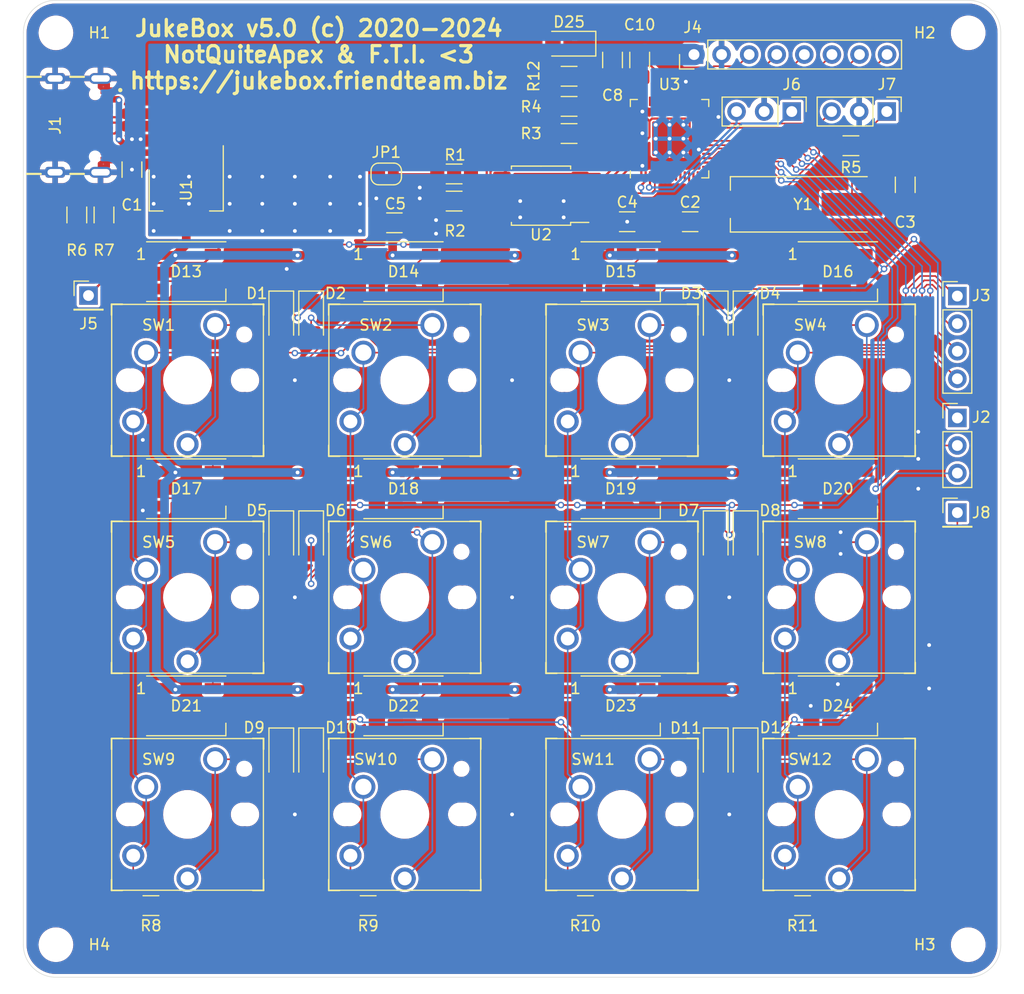
<source format=kicad_pcb>
(kicad_pcb (version 20211014) (generator pcbnew)
  (title_block (title "RP2040 Minimal Design Example") (date "2020-07-13") (rev "REV1") (company "Raspberry Pi (Trading) Ltd"))
  (layers (0 "F.Cu" signal) (31 "B.Cu" signal) (34 "B.Paste" user) (35 "F.Paste" user) (36 "B.SilkS" user "B.Silkscreen") (37 "F.SilkS" user "F.Silkscreen") (38 "B.Mask" user) (39 "F.Mask" user) (44 "Edge.Cuts" user))
  (net 0 "")
  (net 1 "GND")
  (net 2 "VBUS")
  (net 3 "/XIN")
  (net 4 "/XOUT")
  (net 5 "+3V3")
  (net 6 "+1V1")
  (net 7 "Net-(D1-Pad2)")
  (net 8 "/~{USB_BOOT}")
  (net 9 "/GPIO15")
  (net 10 "/GPIO14")
  (net 11 "/GPIO13")
  (net 12 "/GPIO12")
  (net 13 "/GPIO11")
  (net 14 "/GPIO10")
  (net 15 "/GPIO9")
  (net 16 "/GPIO8")
  (net 17 "/GPIO7")
  (net 18 "/GPIO6")
  (net 19 "/GPIO5")
  (net 20 "/GPIO4")
  (net 21 "/GPIO3")
  (net 22 "/GPIO2")
  (net 23 "Net-(D2-Pad2)")
  (net 24 "Net-(D3-Pad2)")
  (net 25 "/GPIO29_ADC3")
  (net 26 "/GPIO28_ADC2")
  (net 27 "/GPIO27_ADC1")
  (net 28 "/GPIO26_ADC0")
  (net 29 "/GPIO19")
  (net 30 "/GPIO18")
  (net 31 "/GPIO17")
  (net 32 "/GPIO16")
  (net 33 "Net-(D4-Pad2)")
  (net 34 "Net-(D5-Pad2)")
  (net 35 "/QSPI_SS")
  (net 36 "/QSPI_SD3")
  (net 37 "/QSPI_SCLK")
  (net 38 "/QSPI_SD0")
  (net 39 "/QSPI_SD2")
  (net 40 "/QSPI_SD1")
  (net 41 "/USB_D+")
  (net 42 "/USB_D-")
  (net 43 "Net-(C3-Pad1)")
  (net 44 "Net-(D6-Pad2)")
  (net 45 "Net-(D7-Pad2)")
  (net 46 "Net-(D8-Pad2)")
  (net 47 "Net-(D9-Pad2)")
  (net 48 "Net-(D10-Pad2)")
  (net 49 "Net-(D11-Pad2)")
  (net 50 "Net-(D12-Pad2)")
  (net 51 "Net-(D13-Pad2)")
  (net 52 "Net-(D14-Pad2)")
  (net 53 "Net-(D15-Pad2)")
  (net 54 "Net-(D16-Pad2)")
  (net 55 "Net-(D17-Pad2)")
  (net 56 "Net-(D18-Pad2)")
  (net 57 "Net-(D19-Pad2)")
  (net 58 "Net-(D20-Pad2)")
  (net 59 "Net-(D21-Pad2)")
  (net 60 "Net-(D22-Pad2)")
  (net 61 "Net-(D23-Pad2)")
  (net 63 "Net-(J1-PadB5)")
  (net 65 "/DBGRX")
  (net 66 "/DBGTX")
  (net 67 "/DBGSC")
  (net 68 "/DBGSD")
  (net 69 "Net-(D25-Pad2)")
  (net 70 "/RGBDOUT")
  (net 71 "/USB_R_D+")
  (net 72 "/USB_R_D-")
  (net 73 "/GPIO25")
  (net 74 "/GPIO24")
  (net 75 "/GPIO23")
  (net 76 "/GPIO22")
  (net 77 "/GPIO21")
  (net 78 "/GPIO20")
  (net 79 "Net-(J1-PadA5)")
  (footprint "Diode_SMD:D_1206_3216Metric_Pad1.42x1.75mm_HandSolder" (layer "F.Cu") (at 234.09 84.25 -90)
    (fp_text reference "D4")
    (fp_text value "DIODE")
  )
  (footprint "RP2040_minimal:RP2040-QFN-56" (layer "F.Cu") (at 227.09 67.75 90)
    (fp_text reference "U3")
    (fp_text value "RP2040")
  )
  (footprint "LED_SMD:LED_WS2812B_PLCC4_5.0x5.0mm_P3.2mm" (layer "F.Cu") (at 222.59 100)
    (fp_text reference "D19")
    (fp_text value "WS2812B")
  )
  (footprint "Capacitor_SMD:C_1206_3216Metric_Pad1.33x1.80mm_HandSolder" (layer "F.Cu") (at 221.84 60.5 90)
    (fp_text reference "C8")
    (fp_text value "1u")
  )
  (footprint "Diode_SMD:D_1206_3216Metric_Pad1.42x1.75mm_HandSolder" (layer "F.Cu") (at 217.84 59 180)
    (fp_text reference "D25")
    (fp_text value "LED")
  )
  (footprint "Diode_SMD:D_1206_3216Metric_Pad1.42x1.75mm_HandSolder" (layer "F.Cu") (at 194.09 124.5 -90)
    (fp_text reference "D10")
    (fp_text value "DIODE")
  )
  (footprint "RP2040_minimal:Kailh_Choc_MX_Key" (layer "F.Cu") (at 202.59 130)
    (fp_text reference "SW10")
    (fp_text value "SW_SPST")
  )
  (footprint "MountingHole:MountingHole_2.7mm_M2.5" (layer "F.Cu") (at 170.59 142)
    (fp_text reference "H4")
    (fp_text value "MountingHole")
  )
  (footprint "LED_SMD:LED_WS2812B_PLCC4_5.0x5.0mm_P3.2mm" (layer "F.Cu") (at 202.59 120)
    (fp_text reference "D22")
    (fp_text value "WS2812B")
  )
  (footprint "Resistor_SMD:R_1206_3216Metric_Pad1.30x1.75mm_HandSolder" (layer "F.Cu") (at 217.84 62 180)
    (fp_text reference "R12")
    (fp_text value "200")
  )
  (footprint "Connector_PinHeader_2.54mm:PinHeader_1x08_P2.54mm_Vertical" (layer "F.Cu") (at 229.34 60 90)
    (fp_text reference "J4")
    (fp_text value "Conn_01x08")
  )
  (footprint "LED_SMD:LED_WS2812B_PLCC4_5.0x5.0mm_P3.2mm" (layer "F.Cu") (at 242.59 80)
    (fp_text reference "D16")
    (fp_text value "WS2812B")
  )
  (footprint "MountingHole:MountingHole_2.7mm_M2.5" (layer "F.Cu") (at 254.59 58)
    (fp_text reference "H2")
    (fp_text value "MountingHole")
  )
  (footprint "RP2040_minimal:Kailh_Choc_MX_Key" (layer "F.Cu") (at 222.59 90)
    (fp_text reference "SW3")
    (fp_text value "SW_SPST")
  )
  (footprint "Capacitor_SMD:C_1206_3216Metric_Pad1.33x1.80mm_HandSolder" (layer "F.Cu") (at 248.79 72 -90)
    (fp_text reference "C3")
    (fp_text value "27p")
  )
  (footprint "Diode_SMD:D_1206_3216Metric_Pad1.42x1.75mm_HandSolder" (layer "F.Cu") (at 234.09 104.5 -90)
    (fp_text reference "D8")
    (fp_text value "DIODE")
  )
  (footprint "Package_TO_SOT_SMD:SOT-223-3_TabPin2" (layer "F.Cu") (at 182.59 72.5 -90)
    (fp_text reference "U1")
    (fp_text value "NCP1117-3.3_SOT223")
  )
  (footprint "Resistor_SMD:R_1206_3216Metric_Pad1.30x1.75mm_HandSolder" (layer "F.Cu") (at 207.255 73.5)
    (fp_text reference "R2")
    (fp_text value "DNF")
  )
  (footprint "RP2040_minimal:Kailh_Choc_MX_Key" (layer "F.Cu") (at 182.59 110)
    (fp_text reference "SW5")
    (fp_text value "SW_SPST")
  )
  (footprint "Resistor_SMD:R_1206_3216Metric_Pad1.30x1.75mm_HandSolder" (layer "F.Cu") (at 207.255 71)
    (fp_text reference "R1")
    (fp_text value "1k")
  )
  (footprint "RP2040_minimal:Kailh_Choc_MX_Key" (layer "F.Cu") (at 182.59 90)
    (fp_text reference "SW1")
    (fp_text value "SW_SPST")
  )
  (footprint "Diode_SMD:D_1206_3216Metric_Pad1.42x1.75mm_HandSolder" (layer "F.Cu") (at 234.09 124.5 -90)
    (fp_text reference "D12")
    (fp_text value "DIODE")
  )
  (footprint "Capacitor_SMD:C_1206_3216Metric_Pad1.33x1.80mm_HandSolder" (layer "F.Cu") (at 224.34 60.5 90)
    (fp_text reference "C10")
    (fp_text value "1u")
  )
  (footprint "RP2040_minimal:Kailh_Choc_MX_Key" (layer "F.Cu") (at 182.59 130)
    (fp_text reference "SW9")
    (fp_text value "SW_SPST")
  )
  (footprint "Resistor_SMD:R_1206_3216Metric_Pad1.30x1.75mm_HandSolder" (layer "F.Cu") (at 172.515 74.775 -90)
    (fp_text reference "R6")
    (fp_text value "5.11k")
  )
  (footprint "Resistor_SMD:R_1206_3216Metric_Pad1.30x1.75mm_HandSolder" (layer "F.Cu") (at 217.84 67.275)
    (fp_text reference "R3")
    (fp_text value "27")
  )
  (footprint "RP2040_minimal:Kailh_Choc_MX_Key" (layer "F.Cu") (at 202.59 110)
    (fp_text reference "SW6")
    (fp_text value "SW_SPST")
  )
  (footprint "RP2040_minimal:Kailh_Choc_MX_Key" (layer "F.Cu") (at 202.59 90)
    (fp_text reference "SW2")
    (fp_text value "SW_SPST")
  )
  (footprint "Resistor_SMD:R_1206_3216Metric_Pad1.30x1.75mm_HandSolder" (layer "F.Cu") (at 217.84 64.775)
    (fp_text reference "R4")
    (fp_text value "27")
  )
  (footprint "Diode_SMD:D_1206_3216Metric_Pad1.42x1.75mm_HandSolder" (layer "F.Cu") (at 194.09 104.5 -90)
    (fp_text reference "D6")
    (fp_text value "DIODE")
  )
  (footprint "Connector_PinHeader_2.54mm:PinHeader_1x04_P2.54mm_Vertical" (layer "F.Cu") (at 253.59 82.25)
    (fp_text reference "J3")
    (fp_text value "Conn_01x04")
  )
  (footprint "Resistor_SMD:R_1206_3216Metric_Pad1.30x1.75mm_HandSolder" (layer "F.Cu") (at 239.34 138.4 180)
    (fp_text reference "R11")
    (fp_text value "10k")
  )
  (footprint "RP2040_minimal:Crystal_SMD_HC49-US" (layer "F.Cu") (at 239.39 73.8)
    (fp_text reference "Y1")
    (fp_text value "ABLS-12.000MHZ-B4-T")
  )
  (footprint "LED_SMD:LED_WS2812B_PLCC4_5.0x5.0mm_P3.2mm" (layer "F.Cu") (at 222.59 80)
    (fp_text reference "D15")
    (fp_text value "WS2812B")
  )
  (footprint "LED_SMD:LED_WS2812B_PLCC4_5.0x5.0mm_P3.2mm" (layer "F.Cu") (at 222.59 120)
    (fp_text reference "D23")
    (fp_text value "WS2812B")
  )
  (footprint "LED_SMD:LED_WS2812B_PLCC4_5.0x5.0mm_P3.2mm" (layer "F.Cu") (at 242.59 100)
    (fp_text reference "D20")
    (fp_text value "WS2812B")
  )
  (footprint "LED_SMD:LED_WS2812B_PLCC4_5.0x5.0mm_P3.2mm" (layer "F.Cu") (at 182.59 100)
    (fp_text reference "D17")
    (fp_text value "WS2812B")
  )
  (footprint "Diode_SMD:D_1206_3216Metric_Pad1.42x1.75mm_HandSolder" (layer "F.Cu") (at 194.09 84.25 -90)
    (fp_text reference "D2")
    (fp_text value "DIODE")
  )
  (footprint "LED_SMD:LED_WS2812B_PLCC4_5.0x5.0mm_P3.2mm" (layer "F.Cu") (at 182.59 80)
    (fp_text reference "D13")
    (fp_text value "WS2812B")
  )
  (footprint "Capacitor_SMD:C_1206_3216Metric_Pad1.33x1.80mm_HandSolder" (layer "F.Cu") (at 201.755 75.5 180)
    (fp_text reference "C5")
    (fp_text value "100n")
  )
  (footprint "RP2040_minimal:Kailh_Choc_MX_Key" (layer "F.Cu") (at 242.59 130)
    (fp_text reference "SW12")
    (fp_text value "SW_SPST")
  )
  (footprint "Diode_SMD:D_1206_3216Metric_Pad1.42x1.75mm_HandSolder" (layer "F.Cu") (at 231.34 104.5 -90)
    (fp_text reference "D7")
    (fp_text value "DIODE")
  )
  (footprint "Jumper:SolderJumper-2_P1.3mm_Open_RoundedPad1.0x1.5mm" (layer "F.Cu") (at 201.005 71 180)
    (fp_text reference "JP1")
    (fp_text value "SolderJumper_2_Open")
  )
  (footprint "LED_SMD:LED_WS2812B_PLCC4_5.0x5.0mm_P3.2mm" (layer "F.Cu") (at 202.59 100)
    (fp_text reference "D18")
    (fp_text value "WS2812B")
  )
  (footprint "MountingHole:MountingHole_2.7mm_M2.5" (layer "F.Cu") (at 254.59 142)
    (fp_text reference "H3")
    (fp_text value "MountingHole")
  )
  (footprint "RP2040_minimal:Kailh_Choc_MX_Key" (layer "F.Cu") (at 242.59 90)
    (fp_text reference "SW4")
    (fp_text value "SW_SPST")
  )
  (footprint "Capacitor_SMD:C_1206_3216Metric_Pad1.33x1.80mm_HandSolder" (layer "F.Cu") (at 228.99 75.4 180)
    (fp_text reference "C2")
    (fp_text value "27p")
  )
  (footprint "Diode_SMD:D_1206_3216Metric_Pad1.42x1.75mm_HandSolder" (layer "F.Cu") (at 191.34 124.5 -90)
    (fp_text reference "D9")
    (fp_text value "DIODE")
  )
  (footprint "Connector_PinHeader_2.54mm:PinHeader_1x01_P2.54mm_Vertical" (layer "F.Cu") (at 173.59 82.2)
    (fp_text reference "J5")
    (fp_text value "Conn_01x01")
  )
  (footprint "Capacitor_SMD:C_1206_3216Metric_Pad1.33x1.80mm_HandSolder" (layer "F.Cu") (at 223.19 75.4)
    (fp_text reference "C4")
    (fp_text value "10u")
  )
  (footprint "RP2040_minimal:Kailh_Choc_MX_Key" (layer "F.Cu") (at 222.59 110)
    (fp_text reference "SW7")
    (fp_text value "SW_SPST")
  )
  (footprint "Connector_PinHeader_2.54mm:PinHeader_1x03_P2.54mm_Vertical" (layer "F.Cu") (at 247.09 65.25 -90)
    (fp_text reference "J7")
    (fp_text value "Conn_01x03")
  )
  (footprint "Connector_PinHeader_2.54mm:PinHeader_1x03_P2.54mm_Vertical" (layer "F.Cu") (at 253.59 93.475)
    (fp_text reference "J2")
    (fp_text value "Conn_01x03")
  )
  (footprint "LED_SMD:LED_WS2812B_PLCC4_5.0x5.0mm_P3.2mm" (layer "F.Cu") (at 182.59 120)
    (fp_text reference "D21")
    (fp_text value "WS2812B")
  )
  (footprint "Capacitor_SMD:C_1206_3216Metric_Pad1.33x1.80mm_HandSolder" (layer "F.Cu") (at 177.59 70.6 -90)
    (fp_text reference "C1")
    (fp_text value "10u")
  )
  (footprint "Diode_SMD:D_1206_3216Metric_Pad1.42x1.75mm_HandSolder" (layer "F.Cu") (at 191.34 84.25 -90)
    (fp_text reference "D1")
    (fp_text value "DIODE")
  )
  (footprint "Resistor_SMD:R_1206_3216Metric_Pad1.30x1.75mm_HandSolder" (layer "F.Cu") (at 219.34 138.4 180)
    (fp_text reference "R10")
    (fp_text value "10k")
  )
  (footprint "Connector_PinHeader_2.54mm:PinHeader_1x01_P2.54mm_Vertical" (layer "F.Cu") (at 253.59 102.2)
    (fp_text reference "J8")
    (fp_text value "Conn_01x01")
  )
  (footprint "Resistor_SMD:R_1206_3216Metric_Pad1.30x1.75mm_HandSolder" (layer "F.Cu") (at 199.34 138.4 180)
    (fp_text reference "R9")
    (fp_text value "10k")
  )
  (footprint "Resistor_SMD:R_1206_3216Metric_Pad1.30x1.75mm_HandSolder" (layer "F.Cu") (at 175.015 74.775 -90)
    (fp_text reference "R7")
    (fp_text value "5.11k")
  )
  (footprint "RP2040_minimal:Kailh_Choc_MX_Key" (layer "F.Cu") (at 222.59 130)
    (fp_text reference "SW11")
    (fp_text value "SW_SPST")
  )
  (footprint "Resistor_SMD:R_1206_3216Metric_Pad1.30x1.75mm_HandSolder" (layer "F.Cu") (at 243.79 68.4)
    (fp_text reference "R5")
    (fp_text value "1k")
  )
  (footprint "Diode_SMD:D_1206_3216Metric_Pad1.42x1.75mm_HandSolder" (layer "F.Cu") (at 231.34 124.5 -90)
    (fp_text reference "D11")
    (fp_text value "DIODE")
  )
  (footprint "RP2040_minimal:Kailh_Choc_MX_Key" (layer "F.Cu") (at 242.59 110)
    (fp_text reference "SW8")
    (fp_text value "SW_SPST")
  )
  (footprint "MountingHole:MountingHole_2.7mm_M2.5" (layer "F.Cu") (at 170.59 58)
    (fp_text reference "H1")
    (fp_text value "MountingHole")
  )
  (footprint "RP2040_minimal:GCT_USB4105-GF-A" (layer "F.Cu") (at 170.515 66.525 -90)
    (fp_text reference "J1")
    (fp_text value "USB4105-GF-A")
  )
  (footprint "LED_SMD:LED_WS2812B_PLCC4_5.0x5.0mm_P3.2mm" (layer "F.Cu") (at 242.59 120)
    (fp_text reference "D24")
    (fp_text value "WS2812B")
  )
  (footprint "LED_SMD:LED_WS2812B_PLCC4_5.0x5.0mm_P3.2mm" (layer "F.Cu") (at 202.59 80)
    (fp_text reference "D14")
    (fp_text value "WS2812B")
  )
  (footprint "Diode_SMD:D_1206_3216Metric_Pad1.42x1.75mm_HandSolder" (layer "F.Cu") (at 231.34 84.25 -90)
    (fp_text reference "D3")
    (fp_text value "DIODE")
  )
  (footprint "Resistor_SMD:R_1206_3216Metric_Pad1.30x1.75mm_HandSolder" (layer "F.Cu") (at 179.34 138.4 180)
    (fp_text reference "R8")
    (fp_text value "10k")
  )
  (footprint "Diode_SMD:D_1206_3216Metric_Pad1.42x1.75mm_HandSolder" (layer "F.Cu") (at 191.34 104.5 -90)
    (fp_text reference "D5")
    (fp_text value "DIODE")
  )
  (footprint "Connector_PinHeader_2.54mm:PinHeader_1x03_P2.54mm_Vertical" (layer "F.Cu") (at 238.34 65.25 -90)
    (fp_text reference "J6")
    (fp_text value "Conn_01x03")
  )
  (footprint "Package_SO:SOIC-8_5.23x5.23mm_P1.27mm" (layer "F.Cu") (at 215.255 73 180)
    (fp_text reference "U2")
    (fp_text value "W25Q128JVS")
  )
  (gr_arc (start 167.59 58) (mid 168.46868 55.87868) (end 170.59 55) (layer "Edge.Cuts") (width 0.05))
  (gr_arc (start 257.59 142) (mid 256.71132 144.12132) (end 254.59 145) (layer "Edge.Cuts") (width 0.05))
  (gr_line (start 167.59 142) (end 167.59 58) (layer "Edge.Cuts") (width 0.05))
  (gr_line (start 170.59 55) (end 254.59 55) (layer "Edge.Cuts") (width 0.05))
  (gr_arc (start 254.59 55) (mid 256.71132 55.87868) (end 257.59 58) (layer "Edge.Cuts") (width 0.05))
  (gr_arc (start 170.59 145) (mid 168.46868 144.12132) (end 167.59 142) (layer "Edge.Cuts") (width 0.05))
  (gr_line (start 254.59 145) (end 170.59 145) (layer "Edge.Cuts") (width 0.05))
  (gr_line (start 257.59 58) (end 257.59 142) (layer "Edge.Cuts") (width 0.05))
  (gr_text "JukeBox v5.0 (c) 2020-2024\nNotQuiteApex & F.T.I. <3\nhttps://jukebox.friendteam.biz" (at 194.79 60) (layer "F.SilkS") (effects (font (size 1.5 1.5) (thickness 0.3))))
  (segment (start 175.27 63.325) (end 175.27 62.78) (width 0.6) (layer "F.Cu") (net 1))
  (segment (start 230.5275 68.75) (end 229.783629 68.75) (width 0.2) (layer "F.Cu") (net 1))
  (segment (start 229.783629 68.75) (end 229.783615 68.750014) (width 0.2) (layer "F.Cu") (net 1))
  (segment (start 175.27 62.78) (end 174.695 62.205) (width 0.6) (layer "F.Cu") (net 1))
  (segment (start 175.27 69.725) (end 175.27 70.27) (width 0.6) (layer "F.Cu") (net 1))
  (segment (start 175.27 70.27) (end 174.695 70.845) (width 0.6) (layer "F.Cu") (net 1))
  (via (at 213.34 75) (size 0.6) (drill 0.35) (layers "F.Cu" "B.Cu") (net 1))
  (via (at 232.59 90) (size 0.6) (drill 0.35) (layers "F.Cu" "B.Cu") (net 1))
  (via (at 228.59 62.5) (size 0.6) (drill 0.35) (layers "F.Cu" "B.Cu") (net 1))
  (via (at 242.59 118) (size 0.6) (drill 0.35) (layers "F.Cu" "B.Cu") (net 1))
  (via (at 192.59 90) (size 0.6) (drill 0.35) (layers "F.Cu" "B.Cu") (net 1))
  (via (at 205.59 76.5) (size 0.6) (drill 0.35) (layers "F.Cu" "B.Cu") (net 1))
  (via (at 204.09 72.25) (size 0.6) (drill 0.35) (layers "F.Cu" "B.Cu") (net 1))
  (via (at 177.59 70.6) (size 0.6) (drill 0.35) (layers "F.Cu" "B.Cu") (net 1))
  (via (at 178.39 67.8) (size 0.6) (drill 0.35) (layers "F.Cu" "B.Cu") (net 1))
  (via (at 212.59 110) (size 0.6) (drill 0.35) (layers "F.Cu" "B.Cu") (net 1))
  (via (at 250.99 118.4) (size 0.6) (drill 0.35) (layers "F.Cu" "B.Cu") (net 1))
  (via (at 249.99 94.75) (size 0.6) (drill 0.35) (layers "F.Cu" "B.Cu") (net 1))
  (via (at 217.34 73.5) (size 0.6) (drill 0.35) (layers "F.Cu" "B.Cu") (net 1))
  (via (at 213.34 73.5) (size 0.6) (drill 0.35) (layers "F.Cu" "B.Cu") (net 1))
  (via (at 232.59 110) (size 0.6) (drill 0.35) (layers "F.Cu" "B.Cu") (net 1))
  (via (at 249.99 97.25) (size 0.6) (drill 0.35) (layers "F.Cu" "B.Cu") (net 1))
  (via (at 177.59 67.8) (size 0.6) (drill 0.35) (layers "F.Cu" "B.Cu") (net 1))
  (via (at 232.59 130) (size 0.6) (drill 0.35) (layers "F.Cu" "B.Cu") (net 1))
  (via (at 250.99 114.4) (size 0.6) (drill 0.35) (layers "F.Cu" "B.Cu") (net 1))
  (via (at 217.34 75) (size 0.6) (drill 0.35) (layers "F.Cu" "B.Cu") (net 1))
  (via (at 191.84 79.75) (size 0.6) (drill 0.35) (layers "F.Cu" "B.Cu") (net 1))
  (via (at 192.59 130) (size 0.6) (drill 0.35) (layers "F.Cu" "B.Cu") (net 1))
  (via (at 249.99 100) (size 0.6) (drill 0.35) (layers "F.Cu" "B.Cu") (net 1))
  (via (at 200.09 73.25) (size 0.6) (drill 0.35) (layers "F.Cu" "B.Cu") (net 1))
  (via (at 205.59 75.25) (size 0.6) (drill 0.35) (layers "F.Cu" "B.Cu") (net 1))
  (via (at 242.84 104) (size 0.6) (drill 0.35) (layers "F.Cu" "B.Cu") (net 1))
  (via (at 212.59 90) (size 0.6) (drill 0.35) (layers "F.Cu" "B.Cu") (net 1))
  (via (at 223.19 75.4) (size 0.6) (drill 0.35) (layers "F.Cu" "B.Cu") (net 1))
  (via (at 242.84 106) (size 0.6) (drill 0.35) (layers "F.Cu" "B.Cu") (net 1))
  (via (at 178.59 102) (size 0.6) (drill 0.35) (layers "F.Cu" "B.Cu") (net 1))
  (via (at 212.59 130) (size 0.6) (drill 0.35) (layers "F.Cu" "B.Cu") (net 1))
  (via (at 240.09 120) (size 0.6) (drill 0.35) (layers "F.Cu" "B.Cu") (net 1))
  (via (at 192.59 110) (size 0.6) (drill 0.35) (layers "F.Cu" "B.Cu") (net 1))
  (via (at 204.09 73.25) (size 0.6) (drill 0.35) (layers "F.Cu" "B.Cu") (net 1))
  (via (at 231.59 65.75) (size 0.6) (drill 0.35) (layers "F.Cu" "B.Cu") (net 1))
  (via (at 229.783615 68.750014) (size 0.6) (drill 0.35) (layers "F.Cu" "B.Cu") (net 1))
  (via (at 178.59 95.5) (size 0.6) (drill 0.35) (layers "F.Cu" "B.Cu") (net 1))
  (segment (start 225.815 67.75) (end 225.815 66.475) (width 0.4) (layer "B.Cu") (net 1))
  (segment (start 227.09 67.75) (end 227.09 66.475) (width 0.4) (layer "B.Cu") (net 1))
  (segment (start 228.365 67.75) (end 227.09 67.75) (width 0.4) (layer "B.Cu") (net 1))
  (segment (start 227.09 67.75) (end 227.09 69.025) (width 0.4) (layer "B.Cu") (net 1))
  (segment (start 227.09 67.75) (end 225.815 67.75) (width 0.4) (layer "B.Cu") (net 1))
  (segment (start 225.815 69.025) (end 225.815 67.75) (width 0.4) (layer "B.Cu") (net 1))
  (segment (start 180.29 69.35) (end 179.9775 69.0375) (width 0.6) (layer "F.Cu") (net 2))
  (segment (start 177.59 69.0375) (end 177.59 69) (width 0.6) (layer "F.Cu") (net 2))
  (segment (start 176.315 64.125) (end 175.27 64.125) (width 0.6) (layer "F.Cu") (net 2))
  (segment (start 179.9775 69.0375) (end 177.59 69.0375) (width 0.6) (layer "F.Cu") (net 2))
  (segment (start 177.59 69.0375) (end 177.4775 68.925) (width 0.6) (layer "F.Cu") (net 2))
  (segment (start 177.59 69) (end 176.39 67.8) (width 0.6) (layer "F.Cu") (net 2))
  (segment (start 177.4775 68.925) (end 175.27 68.925) (width 0.6) (layer "F.Cu") (net 2))
  (segment (start 180.1275 69.1875) (end 180.29 69.35) (width 0.6) (layer "F.Cu") (net 2))
  (segment (start 176.39 64.2) (end 176.315 64.125) (width 0.6) (layer "F.Cu") (net 2))
  (via (at 176.39 64.2) (size 0.6) (drill 0.35) (layers "F.Cu" "B.Cu") (net 2))
  (via (at 176.39 67.8) (size 0.6) (drill 0.35) (layers "F.Cu" "B.Cu") (net 2))
  (segment (start 176.39 64.2) (end 176.39 67.8) (width 0.6) (layer "B.Cu") (net 2))
  (segment (start 235.682463 74.4) (end 234.89 74.4) (width 0.15) (layer "F.Cu") (net 3))
  (segment (start 230.5275 68.35) (end 240.432463 68.35) (width 0.15) (layer "F.Cu") (net 3))
  (segment (start 232.1525 73.8) (end 230.5525 75.4) (width 0.15) (layer "F.Cu") (net 3))
  (segment (start 240.865 69.217463) (end 236.282463 73.8) (width 0.15) (layer "F.Cu") (net 3))
  (segment (start 234.89 73.8) (end 232.1525 73.8) (width 0.15) (layer "F.Cu") (net 3))
  (segment (start 240.865 68.782537) (end 240.865 69.217463) (width 0.15) (layer "F.Cu") (net 3))
  (segment (start 236.282463 73.8) (end 234.89 73.8) (width 0.15) (layer "F.Cu") (net 3))
  (segment (start 240.432463 68.35) (end 240.865 68.782537) (width 0.15) (layer "F.Cu") (net 3))
  (segment (start 230.5275 67.95) (end 241.79 67.95) (width 0.15) (layer "F.Cu") (net 4))
  (segment (start 241.79 67.95) (end 242.24 68.4) (width 0.15) (layer "F.Cu") (net 4))
  (segment (start 220.14 78.4) (end 220.04 78.5) (width 0.8) (layer "F.Cu") (net 5))
  (segment (start 228.09 71.1875) (end 228.09 70.75) (width 0.15) (layer "F.Cu") (net 5))
  (segment (start 240.14 78.4) (end 240.04 78.5) (width 0.8) (layer "F.Cu") (net 5))
  (segment (start 181.59 118.5) (end 180.24 118.5) (width 0.8) (layer "F.Cu") (net 5))
  (segment (start 224.49 64.3125) (end 224.49 64.75) (width 0.15) (layer "F.Cu") (net 5))
  (segment (start 211.56 75) (end 207.205 75) (width 0.8) (layer "F.Cu") (net 5))
  (segment (start 221.59 75.4375) (end 221.6275 75.4) (width 0.8) (layer "F.Cu") (net 5))
  (segment (start 200.14 78.4) (end 200.04 78.5) (width 0.8) (layer "F.Cu") (net 5))
  (segment (start 201.59 98.5) (end 200.24 98.5) (width 0.8) (layer "F.Cu") (net 5))
  (segment (start 200.14 118.4) (end 200.04 118.5) (width 0.8) (layer "F.Cu") (net 5))
  (segment (start 180.24 98.5) (end 180.14 98.4) (width 0.8) (layer "F.Cu") (net 5))
  (segment (start 240.04 98.5) (end 232.84 98.5) (width 0.8) (layer "F.Cu") (net 5))
  (segment (start 200.24 118.5) (end 200.14 118.4) (width 0.8) (layer "F.Cu") (net 5))
  (segment (start 205.705 73.5) (end 205.3175 73.5) (width 0.8) (layer "F.Cu") (net 5))
  (segment (start 220.14 98.4) (end 220.04 98.5) (width 0.8) (layer "F.Cu") (net 5))
  (segment (start 221.59 118.5) (end 220.24 118.5) (width 0.8) (layer "F.Cu") (net 5))
  (segment (start 201.59 118.5) (end 200.24 118.5) (width 0.8) (layer "F.Cu") (net 5))
  (segment (start 200.04 118.5) (end 192.84 118.5) (width 0.8) (layer "F.Cu") (net 5))
  (segment (start 230.5275 67.55) (end 230.09 67.55) (width 0.15) (layer "F.Cu") (net 5))
  (segment (start 223.6525 65.55) (end 224.09 65.55) (width 0.15) (layer "F.Cu") (net 5))
  (segment (start 240.14 118.4) (end 240.04 118.5) (width 0.8) (layer "F.Cu") (net 5))
  (segment (start 200.24 98.5) (end 200.14 98.4) (width 0.8) (layer "F.Cu") (net 5))
  (segment (start 181.59 98.5) (end 180.24 98.5) (width 0.8) (layer "F.Cu") (net 5))
  (segment (start 220.24 98.5) (end 220.14 98.4) (width 0.8) (layer "F.Cu") (net 5))
  (segment (start 181.59 78.5) (end 180.24 78.5) (width 0.8) (layer "F.Cu") (net 5))
  (segment (start 224.49 64.3125) (end 223.6525 65.15) (width 0.15) (layer "F.Cu") (net 5))
  (segment (start 221.59 98.5) (end 220.24 98.5) (width 0.8) (layer "F.Cu") (net 5))
  (segment (start 223.6525 67.55) (end 224.09 67.55) (width 0.15) (layer "F.Cu") (net 5))
  (segment (start 223.6525 67.15) (end 224.09 67.15) (width 0.15) (layer "F.Cu") (net 5))
  (segment (start 221.59 78.5) (end 221.59 75.4375) (width 0.8) (layer "F.Cu") (net 5))
  (segment (start 228.09 64.3125) (end 228.09 64.75) (width 0.15) (layer "F.Cu") (net 5))
  (segment (start 220.04 78.5) (end 212.84 78.5) (width 0.8) (layer "F.Cu") (net 5))
  (segment (start 200.14 98.4) (end 200.04 98.5) (width 0.8) (layer "F.Cu") (net 5))
  (segment (start 200.04 78.5) (end 192.84 78.5) (width 0.8) (layer "F.Cu") (net 5))
  (segment (start 211.655 74.905) (end 211.56 75) (width 0.8) (layer "F.Cu") (net 5))
  (segment (start 221.59 78.5) (end 220.24 78.5) (width 0.8) (layer "F.Cu") (net 5))
  (segment (start 182.59 77.5) (end 182.59 75.65) (width 0.8) (layer "F.Cu") (net 5))
  (segment (start 205.3175 73.5) (end 203.3175 75.5) (width 0.8) (layer "F.Cu") (net 5))
  (segment (start 207.205 75) (end 205.705 73.5) (width 0.8) (layer "F.Cu") (net 5))
  (segment (start 240.04 78.5) (end 232.84 78.5) (width 0.8) (layer "F.Cu") (net 5))
  (segment (start 220.14 118.4) (end 220.04 118.5) (width 0.8) (layer "F.Cu") (net 5))
  (segment (start 201.59 78.5) (end 201.59 77.2275) (width 0.8) (layer "F.Cu") (net 5))
  (segment (start 200.24 78.5) (end 200.14 78.4) (width 0.8) (layer "F.Cu") (net 5))
  (segment (start 180.24 118.5) (end 180.14 118.4) (width 0.8) (layer "F.Cu") (net 5))
  (segment (start 223.6525 65.15) (end 224.09 65.15) (width 0.15) (layer "F.Cu") (net 5))
  (segment (start 240.14 98.4) (end 240.04 98.5) (width 0.8) (layer "F.Cu") (net 5))
  (segment (start 220.24 78.5) (end 220.14 78.4) (width 0.8) (layer "F.Cu") (net 5))
  (segment (start 224.34 62.0625) (end 224.49 62.2125) (width 0.2) (layer "F.Cu") (net 5))
  (segment (start 224.49 71.1875) (end 224.49 70.75) (width 0.15) (layer "F.Cu") (net 5))
  (segment (start 201.59 77.2275) (end 203.3175 75.5) (width 0.8) (layer "F.Cu") (net 5))
  (segment (start 201.59 78.5) (end 200.24 78.5) (width 0.8) (layer "F.Cu") (net 5))
  (segment (start 224.49 62.2125) (end 224.49 64.3125) (width 0.2) (layer "F.Cu") (net 5))
  (segment (start 220.04 118.5) (end 212.84 118.5) (width 0.8) (layer "F.Cu") (net 5))
  (segment (start 181.59 78.5) (end 182.59 77.5) (width 0.8) (layer "F.Cu") (net 5))
  (segment (start 180.24 78.5) (end 180.14 78.4) (width 0.8) (layer "F.Cu") (net 5))
  (segment (start 220.24 118.5) (end 220.14 118.4) (width 0.8) (layer "F.Cu") (net 5))
  (segment (start 220.04 98.5) (end 212.84 98.5) (width 0.8) (layer "F.Cu") (net 5))
  (segment (start 240.04 118.5) (end 232.84 118.5) (width 0.8) (layer "F.Cu") (net 5))
  (segment (start 230.09 65.95) (end 230.5275 65.95) (width 0.15) (layer "F.Cu") (net 5))
  (segment (start 200.04 98.5) (end 192.84 98.5) (width 0.8) (layer "F.Cu") (net 5))
  (via (at 221.59 118.5) (size 0.6) (drill 0.35) (layers "F.Cu" "B.Cu") (net 5))
  (via (at 224.59 65.25) (size 0.6) (drill 0.35) (layers "F.Cu" "B.Cu") (net 5))
  (via (at 224.59 70.25) (size 0.6) (drill 0.35) (layers "F.Cu" "B.Cu") (net 5))
  (via (at 221.59 78.5) (size 0.6) (drill 0.35) (layers "F.Cu" "B.Cu") (net 5))
  (via (at 189.59 76.25) (size 0.6) (drill 0.35) (layers "F.Cu" "B.Cu") (net 5))
  (via (at 192.59 71.25) (size 0.6) (drill 0.35) (layers "F.Cu" "B.Cu") (net 5))
  (via (at 192.84 118.5) (size 0.6) (drill 0.35) (layers "F.Cu" "B.Cu") (net 5))
  (via (at 181.59 98.5) (size 0.6) (drill 0.35) (layers "F.Cu" "B.Cu") (net 5))
  (via (at 186.59 73.75) (size 0.6) (drill 0.35) (layers "F.Cu" "B.Cu") (net 5))
  (via (at 181.59 78.5) (size 0.6) (drill 0.35) (layers "F.Cu" "B.Cu") (net 5))
  (via (at 182.84 73.75) (size 0.6) (drill 0.35) (layers "F.Cu" "B.Cu") (net 5))
  (via (at 201.59 118.5) (size 0.6) (drill 0.35) (layers "F.Cu" "B.Cu") (net 5))
  (via (at 195.84 73.75) (size 0.6) (drill 0.35) (layers "F.Cu" "B.Cu") (net 5))
  (via (at 221.59 98.5) (size 0.6) (drill 0.35) (layers "F.Cu" "B.Cu") (net 5))
  (via (at 198.59 76.25) (size 0.6) (drill 0.35) (layers "F.Cu" "B.Cu") (net 5))
  (via (at 189.59 73.75) (size 0.6) (drill 0.35) (layers "F.Cu" "B.Cu") (net 5))
  (via (at 181.59 118.5) (size 0.6) (drill 0.35) (layers "F.Cu" "B.Cu") (net 5))
  (via (at 179.59 73.75) (size 0.6) (drill 0.35) (layers "F.Cu" "B.Cu") (net 5))
  (via (at 192.84 98.5) (size 0.6) (drill 0.35) (layers "F.Cu" "B.Cu") (net 5))
  (via (at 212.84 118.5) (size 0.6) (drill 0.35) (layers "F.Cu" "B.Cu") (net 5))
  (via (at 195.84 76.25) (size 0.6) (drill 0.35) (layers "F.Cu" "B.Cu") (net 5))
  (via (at 198.59 71.25) (size 0.6) (drill 0.35) (layers "F.Cu" "B.Cu") (net 5))
  (via (at 232.84 118.5) (size 0.6) (drill 0.35) (layers "F.Cu" "B.Cu") (net 5))
  (via (at 192.59 76.25) (size 0.6) (drill 0.35) (layers "F.Cu" "B.Cu") (net 5))
  (via (at 201.59 98.5) (size 0.6) (drill 0.35) (layers "F.Cu" "B.Cu") (net 5))
  (via (at 198.59 73.75) (size 0.6) (drill 0.35) (layers "F.Cu" "B.Cu") (net 5))
  (via (at 186.59 76.25) (size 0.6) (drill 0.35) (layers "F.Cu" "B.Cu") (net 5))
  (via (at 232.84 98.5) (size 0.6) (drill 0.35) (layers "F.Cu" "B.Cu") (net 5))
  (via (at 192.59 73.75) (size 0.6) (drill 0.35) (layers "F.Cu" "B.Cu") (net 5))
  (via (at 212.84 98.5) (size 0.6) (drill 0.35) (layers "F.Cu" "B.Cu") (net 5))
  (via (at 186.59 71.25) (size 0.6) (drill 0.35) (layers "F.Cu" "B.Cu") (net 5))
  (via (at 179.59 76.25) (size 0.6) (drill 0.35) (layers "F.Cu" "B.Cu") (net 5))
  (via (at 212.84 78.5) (size 0.6) (drill 0.35) (layers "F.Cu" "B.Cu") (net 5))
  (via (at 224.59 67.25) (size 0.6) (drill 0.35) (layers "F.Cu" "B.Cu") (net 5))
  (via (at 192.84 78.5) (size 0.6) (drill 0.35) (layers "F.Cu" "B.Cu") (net 5))
  (via (at 182.84 71.25) (size 0.6) (drill 0.35) (layers "F.Cu" "B.Cu") (net 5))
  (via (at 179.59 71.25) (size 0.6) (drill 0.35) (layers "F.Cu" "B.Cu") (net 5))
  (via (at 201.59 78.5) (size 0.6) (drill 0.35) (layers "F.Cu" "B.Cu") (net 5))
  (via (at 195.84 71.25) (size 0.6) (drill 0.35) (layers "F.Cu" "B.Cu") (net 5))
  (via (at 189.59 71.25) (size 0.6) (drill 0.35) (layers "F.Cu" "B.Cu") (net 5))
  (via (at 232.84 78.5) (size 0.6) (drill 0.35) (layers "F.Cu" "B.Cu") (net 5))
  (segment (start 180.59 99.5) (end 181.59 98.5) (width 0.8) (layer "B.Cu") (net 5))
  (segment (start 180.59 79.5) (end 181.59 78.5) (width 0.8) (layer "B.Cu") (net 5))
  (segment (start 192.84 98.5) (end 181.59 98.5) (width 0.8) (layer "B.Cu") (net 5))
  (segment (start 180.59 88.25) (end 180.59 79.5) (width 0.8) (layer "B.Cu") (net 5))
  (segment (start 180.59 108.25) (end 180.59 99.5) (width 0.8) (layer "B.Cu") (net 5))
  (segment (start 212.84 98.5) (end 201.59 98.5) (width 0.8) (layer "B.Cu") (net 5))
  (segment (start 232.84 98.5) (end 221.59 98.5) (width 0.8) (layer "B.Cu") (net 5))
  (segment (start 179.84 109) (end 180.59 108.25) (width 0.8) (layer "B.Cu") (net 5))
  (segment (start 181.59 118.5) (end 179.84 116.75) (width 0.8) (layer "B.Cu") (net 5))
  (segment (start 181.59 98.5) (end 179.84 96.75) (width 0.8) (layer "B.Cu") (net 5))
  (segment (start 212.84 118.5) (end 201.59 118.5) (width 0.8) (layer "B.Cu") (net 5))
  (segment (start 179.84 89) (end 180.59 88.25) (width 0.8) (layer "B.Cu") (net 5))
  (segment (start 229.34 60) (end 224.79 60) (width 2) (layer "B.Cu") (net 5))
  (segment (start 179.84 96.75) (end 179.84 89) (width 0.8) (layer "B.Cu") (net 5))
  (segment (start 179.84 116.75) (end 179.84 109) (width 0.8) (layer "B.Cu") (net 5))
  (segment (start 192.84 118.5) (end 181.59 118.5) (width 0.8) (layer "B.Cu") (net 5))
  (segment (start 192.84 78.5) (end 181.59 78.5) (width 0.8) (layer "B.Cu") (net 5))
  (segment (start 232.84 78.5) (end 221.59 78.5) (width 0.8) (layer "B.Cu") (net 5))
  (segment (start 232.84 118.5) (end 221.59 118.5) (width 0.8) (layer "B.Cu") (net 5))
  (segment (start 212.84 78.5) (end 201.59 78.5) (width 0.8) (layer "B.Cu") (net 5))
  (segment (start 225.24 67.6) (end 224.89 67.95) (width 0.2) (layer "F.Cu") (net 6))
  (segment (start 225.24 66.1308) (end 225.24 67.6) (width 0.2) (layer "F.Cu") (net 6))
  (segment (start 224.89 67.95) (end 223.6525 67.95) (width 0.2) (layer "F.Cu") (net 6))
  (segment (start 225.0592 65.95) (end 225.24 66.1308) (width 0.2) (layer "F.Cu") (net 6))
  (segment (start 221.84 64.65) (end 221.84 62.0625) (width 0.2) (layer "F.Cu") (net 6))
  (segment (start 230.5275 67.15) (end 229.24 67.15) (width 0.2) (layer "F.Cu") (net 6))
  (segment (start 223.6525 65.95) (end 225.0592 65.95) (width 0.2) (layer "F.Cu") (net 6))
  (segment (start 228.94 66.85) (end 228.94 66.1308) (width 0.2) (layer "F.Cu") (net 6))
  (segment (start 228.7092 65.9) (end 225.4708 65.9) (width 0.2) (layer "F.Cu") (net 6))
  (segment (start 229.24 67.15) (end 228.94 66.85) (width 0.2) (layer "F.Cu") (net 6))
  (segment (start 228.94 66.1308) (end 228.7092 65.9) (width 0.2) (layer "F.Cu") (net 6))
  (segment (start 225.4708 65.9) (end 225.24 66.1308) (width 0.2) (layer "F.Cu") (net 6))
  (segment (start 223.14 65.95) (end 221.84 64.65) (width 0.2) (layer "F.Cu") (net 6))
  (segment (start 223.6525 65.95) (end 223.14 65.95) (width 0.2) (layer "F.Cu") (net 6))
  (segment (start 185.25 84.92) (end 190.5225 84.92) (width 0.15) (layer "F.Cu") (net 7))
  (segment (start 190.5225 84.92) (end 191.34 85.7375) (width 0.15) (layer "F.Cu") (net 7))
  (segment (start 185.25 93.36) (end 182.71 95.9) (width 0.15) (layer "B.Cu") (net 7))
  (segment (start 185.25 84.92) (end 185.25 93.36) (width 0.15) (layer "B.Cu") (net 7))
  (segment (start 205.705 71) (end 201.655 71) (width 0.15) (layer "F.Cu") (net 8))
  (segment (start 251.09 86.25) (end 249.69 87.65) (width 0.15) (layer "F.Cu") (net 9))
  (segment (start 244.315736 87.65) (end 244.125736 87.46) (width 0.15) (layer "F.Cu") (net 9))
  (segment (start 237.71 133.8) (end 237.71 138.32) (width 0.15) (layer "F.Cu") (net 9))
  (segment (start 249.69 87.65) (end 244.315736 87.65) (width 0.15) (layer "F.Cu") (net 9))
  (segment (start 239.99 68.65) (end 240.34 69) (width 0.15) (layer "F.Cu") (net 9))
  (segment (start 244.125736 87.46) (end 238.9 87.46) (width 0.15) (layer "F.Cu") (net 9))
  (segment (start 251.09 87.37) (end 253.59 89.87) (width 0.15) (layer "F.Cu") (net 9))
  (segment (start 230.5275 69.15) (end 231.015 69.15) (width 0.15) (layer "F.Cu") (net 9))
  (segment (start 251.09 86.25) (end 251.09 87.37) (width 0.15) (layer "F.Cu") (net 9))
  (segment (start 237.71 138.32) (end 237.79 138.4) (width 0.15) (layer "F.Cu") (net 9))
  (segment (start 251.09 81.75) (end 251.09 86.25) (width 0.15) (layer "F.Cu") (net 9))
  (segment (start 231.015 69.15) (end 231.515 68.65) (width 0.15) (layer "F.Cu") (net 9))
  (segment (start 231.515 68.65) (end 239.99 68.65) (width 0.15) (layer "F.Cu") (net 9))
  (via (at 240.34 69) (size 0.6) (drill 0.35) (layers "F.Cu" "B.Cu") (net 9))
  (via (at 251.09 81.75) (size 0.6) (drill 0.35) (layers "F.Cu" "B.Cu") (net 9))
  (segment (start 240.59 69) (end 251.09 79.5) (width 0.15) (layer "B.Cu") (net 9))
  (segment (start 237.71 126.27) (end 238.9 127.46) (width 0.15) (layer "B.Cu") (net 9))
  (segment (start 238.9 132.61) (end 237.71 133.8) (width 0.15) (layer "B.Cu") (net 9))
  (segment (start 238.9 112.61) (end 237.71 113.8) (width 0.15) (layer "B.Cu") (net 9))
  (segment (start 237.71 93.8) (end 237.71 106.27) (width 0.15) (layer "B.Cu") (net 9))
  (segment (start 251.09 79.5) (end 251.09 81.75) (width 0.15) (layer "B.Cu") (net 9))
  (segment (start 237.71 113.8) (end 237.71 126.27) (width 0.15) (layer "B.Cu") (net 9))
  (segment (start 238.9 127.46) (end 238.9 132.61) (width 0.15) (layer "B.Cu") (net 9))
  (segment (start 238.9 87.46) (end 238.9 92.61) (width 0.15) (layer "B.Cu") (net 9))
  (segment (start 240.34 69) (end 240.59 69) (width 0.15) (layer "B.Cu") (net 9))
  (segment (start 238.9 107.46) (end 238.9 112.61) (width 0.15) (layer "B.Cu") (net 9))
  (segment (start 237.71 106.27) (end 238.9 107.46) (width 0.15) (layer "B.Cu") (net 9))
  (segment (start 238.9 92.61) (end 237.71 93.8) (width 0.15) (layer "B.Cu") (net 9))
  (segment (start 249.24 87.35) (end 244.515736 87.35) (width 0.15) (layer "F.Cu") (net 10))
  (segment (start 238.34 86) (end 236.88 87.46) (width 0.15) (layer "F.Cu") (net 10))
  (segment (start 231.04 69.55) (end 231.64 68.95) (width 0.15) (layer "F.Cu") (net 10))
  (segment (start 250.34 81.75) (end 250.34 81.65) (width 0.15) (layer "F.Cu") (net 10))
  (segment (start 236.88 87.46) (end 218.9 87.46) (width 0.15) (layer "F.Cu") (net 10))
  (segment (start 251.282463 81.2) (end 251.79 81.707537) (width 0.15) (layer "F.Cu") (net 10))
  (segment (start 244.325736 87.16) (end 240.625 87.16) (width 0.15) (layer "F.Cu") (net 10))
  (segment (start 239.230044 68.95) (end 239.810022 69.529978) (width 0.15) (layer "F.Cu") (net 10))
  (segment (start 231.64 68.95) (end 239.230044 68.95) (width 0.15) (layer "F.Cu") (net 10))
  (segment (start 244.515736 87.35) (end 244.325736 87.16) (width 0.15) (layer "F.Cu") (net 10))
  (segment (start 251.79 85.53) (end 253.59 87.33) (width 0.15) (layer "F.Cu") (net 10))
  (segment (start 239.465 86) (end 238.34 86) (width 0.15) (layer "F.Cu") (net 10))
  (segment (start 230.5275 69.55) (end 231.04 69.55) (width 0.15) (layer "F.Cu") (net 10))
  (segment (start 217.71 133.8) (end 217.71 138.32) (width 0.15) (layer "F.Cu") (net 10))
  (segment (start 250.34 86.25) (end 249.24 87.35) (width 0.15) (layer "F.Cu") (net 10))
  (segment (start 250.34 81.65) (end 250.79 81.2) (width 0.15) (layer "F.Cu") (net 10))
  (segment (start 251.79 81.707537) (end 251.79 85.53) (width 0.15) (layer "F.Cu") (net 10))
  (segment (start 250.34 81.75) (end 250.34 86.25) (width 0.15) (layer "F.Cu") (net 10))
  (segment (start 250.79 81.2) (end 251.282463 81.2) (width 0.15) (layer "F.Cu") (net 10))
  (segment (start 217.71 138.32) (end 217.79 138.4) (width 0.15) (layer "F.Cu") (net 10))
  (segment (start 240.625 87.16) (end 239.465 86) (width 0.15) (layer "F.Cu") (net 10))
  (via (at 250.34 81.75) (size 0.6) (drill 0.35) (layers "F.Cu" "B.Cu") (net 10))
  (via (at 239.810022 69.529978) (size 0.6) (drill 0.35) (layers "F.Cu" "B.Cu") (net 10))
  (segment (start 217.71 93.8) (end 217.71 106.27) (width 0.15) (layer "B.Cu") (net 10))
  (segment (start 240.369978 69.529978) (end 250.34 79.5) (width 0.15) (layer "B.Cu") (net 10))
  (segment (start 250.34 79.5) (end 250.34 81.75) (width 0.15) (layer "B.Cu") (net 10))
  (segment (start 218.9 87.46) (end 218.9 92.61) (width 0.15) (layer "B.Cu") (net 10))
  (segment (start 217.71 126.27) (end 218.9 127.46) (width 0.15) (layer "B.Cu") (net 10))
  (segment (start 239.810022 69.529978) (end 240.369978 69.529978) (width 0.15) (layer "B.Cu") (net 10))
  (segment (start 217.71 113.8) (end 217.71 126.27) (width 0.15) (layer "B.Cu") (net 10))
  (segment (start 218.9 112.61) (end 217.71 113.8) (width 0.15) (layer "B.Cu") (net 10))
  (segment (start 218.9 127.46) (end 218.9 132.61) (width 0.15) (layer "B.Cu") (net 10))
  (segment (start 217.71 106.27) (end 218.9 107.46) (width 0.15) (layer "B.Cu") (net 10))
  (segment (start 218.9 92.61) (end 217.71 93.8) (width 0.15) (layer "B.Cu") (net 10))
  (segment (start 218.9 132.61) (end 217.71 133.8) (width 0.15) (layer "B.Cu") (net 10))
  (segment (start 218.9 107.46) (end 218.9 112.61) (width 0.15) (layer "B.Cu") (net 10))
  (segment (start 249.59 86.25) (end 248.79 87.05) (width 0.15) (layer "F.Cu") (net 11))
  (segment (start 248.79 87.05) (end 244.715736 87.05) (width 0.15) (layer "F.Cu") (net 11))
  (segment (start 252.78 84.79) (end 253.59 84.79) (width 0.15) (layer "F.Cu") (net 11))
  (segment (start 249.59 81.75) (end 250.54 80.8) (width 0.15) (layer "F.Cu") (net 11))
  (segment (start 240.749264 86.86) (end 239.589264 85.7) (width 0.15) (layer "F.Cu") (net 11))
  (segment (start 220.5 87.16) (end 219.34 86) (width 0.15) (layer "F.Cu") (net 11))
  (segment (start 244.715736 87.05) (end 244.525736 86.86) (width 0.15) (layer "F.Cu") (net 11))
  (segment (start 236.68 87.16) (end 220.5 87.16) (width 0.15) (layer "F.Cu") (net 11))
  (segment (start 238.14 85.7) (end 236.68 87.16) (width 0.15) (layer "F.Cu") (net 11))
  (segment (start 249.59 81.75) (end 249.59 86.25) (width 0.15) (layer "F.Cu") (net 11))
  (segment (start 231.19 69.95) (end 231.89 69.25) (width 0.15) (layer "F.Cu") (net 11))
  (segment (start 252.19 81.6) (end 252.19 84.2) (width 0.15) (layer "F.Cu") (net 11))
  (segment (start 219.34 86) (end 218.34 86) (width 0.15) (layer "F.Cu") (net 11))
  (segment (start 250.54 80.8) (end 251.39 80.8) (width 0.15) (layer "F.Cu") (net 11))
  (segment (start 230.5275 69.95) (end 231.19 69.95) (width 0.15) (layer "F.Cu") (net 11))
  (segment (start 216.88 87.46) (end 198.9 87.46) (width 0.15) (layer "F.Cu") (net 11))
  (segment (start 244.525736 86.86) (end 240.749264 86.86) (width 0.15) (layer "F.Cu") (net 11))
  (segment (start 251.39 80.8) (end 252.19 81.6) (width 0.15) (layer "F.Cu") (net 11))
  (segment (start 218.34 86) (end 216.88 87.46) (width 0.15) (layer "F.Cu") (net 11))
  (segment (start 239.280044 69.940044) (end 239.280044 70.059956) (width 0.15) (layer "F.Cu") (net 11))
  (segment (start 239.589264 85.7) (end 238.14 85.7) (width 0.15) (layer "F.Cu") (net 11))
  (segment (start 231.89 69.25) (end 238.59 69.25) (width 0.15) (layer "F.Cu") (net 11))
  (segment (start 252.19 84.2) (end 252.78 84.79) (width 0.15) (layer "F.Cu") (net 11))
  (segment (start 238.59 69.25) (end 239.280044 69.940044) (width 0.15) (layer "F.Cu") (net 11))
  (segment (start 197.71 133.8) (end 197.71 138.32) (width 0.15) (layer "F.Cu") (net 11))
  (segment (start 197.71 138.32) (end 197.79 138.4) (width 0.15) (layer "F.Cu") (net 11))
  (via (at 249.59 81.75) (size 0.6) (drill 0.35) (layers "F.Cu" "B.Cu") (net 11))
  (via (at 239.280044 70.059956) (size 0.6) (drill 0.35) (layers "F.Cu" "B.Cu") (net 11))
  (segment (start 240.149956 70.059956) (end 249.59 79.5) (width 0.15) (layer "B.Cu") (net 11))
  (segment (start 197.71 106.27) (end 198.9 107.46) (width 0.15) (layer "B.Cu") (net 11))
  (segment (start 198.9 127.46) (end 198.9 132.61) (width 0.15) (layer "B.Cu") (net 11))
  (segment (start 198.9 107.46) (end 198.9 112.61) (width 0.15) (layer "B.Cu") (net 11))
  (segment (start 198.9 132.61) (end 197.71 133.8) (width 0.15) (layer "B.Cu") (net 11))
  (segment (start 198.9 112.61) (end 197.71 113.8) (width 0.15) (layer "B.Cu") (net 11))
  (segment (start 239.280044 70.059956) (end 240.149956 70.059956) (width 0.15) (layer "B.Cu") (net 11))
  (segment (start 197.71 126.27) (end 198.9 127.46) (width 0.15) (layer "B.Cu") (net 11))
  (segment (start 197.71 93.8) (end 197.71 106.27) (width 0.15) (layer "B.Cu") (net 11))
  (segment (start 198.9 92.61) (end 197.71 93.8) (width 0.15) (layer "B.Cu") (net 11))
  (segment (start 198.9 87.46) (end 198.9 92.61) (width 0.15) (layer "B.Cu") (net 11))
  (segment (start 249.59 79.5) (end 249.59 81.75) (width 0.15) (layer "B.Cu") (net 11))
  (segment (start 197.71 113.8) (end 197.71 126.27) (width 0.15) (layer "B.Cu") (net 11))
  (segment (start 244.84 86.75) (end 244.65 86.56) (width 0.15) (layer "F.Cu") (net 12))
  (segment (start 199.34 86) (end 198.34 86) (width 0.15) (layer "F.Cu") (net 12))
  (segment (start 219.464264 85.7) (end 218.215736 85.7) (width 0.15) (layer "F.Cu") (net 12))
  (segment (start 231.24 70.35) (end 232.04 69.55) (width 0.15) (layer "F.Cu") (net 12))
  (segment (start 239.713528 85.4) (end 238.015736 85.4) (width 0.15) (layer "F.Cu") (net 12))
  (segment (start 177.71 138.32) (end 177.79 138.4) (width 0.15) (layer "F.Cu") (net 12))
  (segment (start 220.624264 86.86) (end 219.464264 85.7) (width 0.15) (layer "F.Cu") (net 12))
  (segment (start 177.71 133.8) (end 177.71 138.32) (width 0.15) (layer "F.Cu") (net 12))
  (segment (start 230.5275 70.35) (end 231.24 70.35) (width 0.15) (layer "F.Cu") (net 12))
  (segment (start 198.34 86) (end 196.84 87.5) (width 0.15) (layer "F.Cu") (net 12))
  (segment (start 250.19 80.4) (end 251.565 80.4) (width 0.15) (layer "F.Cu") (net 12))
  (segment (start 240.873528 86.56) (end 239.713528 85.4) (width 0.15) (layer "F.Cu") (net 12))
  (segment (start 253.415 82.25) (end 253.59 82.25) (width 0.15) (layer "F.Cu") (net 12))
  (segment (start 178.9 87.46) (end 192.55 87.46) (width 0.15) (layer "F.Cu") (net 12))
  (segment (start 232.04 69.55) (end 237.710132 69.55) (width 0.15) (layer "F.Cu") (net 12))
  (segment (start 251.565 80.4) (end 253.415 82.25) (width 0.15) (layer "F.Cu") (net 12))
  (segment (start 216.755736 87.16) (end 200.5 87.16) (width 0.15) (layer "F.Cu") (net 12))
  (segment (start 248.84 81.75) (end 248.84 86.25) (width 0.15) (layer "F.Cu") (net 12))
  (segment (start 248.84 81.75) (end 250.19 80.4) (width 0.15) (layer "F.Cu") (net 12))
  (segment (start 200.5 87.16) (end 199.34 86) (width 0.15) (layer "F.Cu") (net 12))
  (segment (start 236.555736 86.86) (end 220.624264 86.86) (width 0.15) (layer "F.Cu") (net 12))
  (segment (start 248.34 86.75) (end 244.84 86.75) (width 0.15) (layer "F.Cu") (net 12))
  (segment (start 248.84 86.25) (end 248.34 86.75) (width 0.15) (layer "F.Cu") (net 12))
  (segment (start 218.215736 85.7) (end 216.755736 87.16) (width 0.15) (layer "F.Cu") (net 12))
  (segment (start 244.65 86.56) (end 240.873528 86.56) (width 0.15) (layer "F.Cu") (net 12))
  (segment (start 238.015736 85.4) (end 236.555736 86.86) (width 0.15) (layer "F.Cu") (net 12))
  (segment (start 192.55 87.46) (end 192.59 87.5) (width 0.15) (layer "F.Cu") (net 12))
  (segment (start 237.710132 69.55) (end 238.750066 70.589934) (width 0.15) (layer "F.Cu") (net 12))
  (via (at 248.84 81.75) (size 0.6) (drill 0.35) (layers "F.Cu" "B.Cu") (net 12))
  (via (at 196.84 87.5) (size 0.6) (drill 0.35) (layers "F.Cu" "B.Cu") (net 12))
  (via (at 238.750066 70.589934) (size 0.6) (drill 0.35) (layers "F.Cu" "B.Cu") (net 12))
  (via (at 192.59 87.5) (size 0.6) (drill 0.35) (layers "F.Cu" "B.Cu") (net 12))
  (segment (start 177.71 93.8) (end 177.71 106.27) (width 0.15) (layer "B.Cu") (net 12))
  (segment (start 178.9 92.61) (end 177.71 93.8) (width 0.15) (layer "B.Cu") (net 12))
  (segment (start 178.9 112.61) (end 177.71 113.8) (width 0.15) (layer "B.Cu") (net 12))
  (segment (start 177.71 106.27) (end 178.9 107.46) (width 0.15) (layer "B.Cu") (net 12))
  (segment (start 178.9 107.46) (end 178.9 112.61) (width 0.15) (layer "B.Cu") (net 12))
  (segment (start 178.9 132.61) (end 177.71 133.8) (width 0.15) (layer "B.Cu") (net 12))
  (segment (start 178.9 127.46) (end 178.9 132.61) (width 0.15) (layer "B.Cu") (net 12))
  (segment (start 177.71 113.8) (end 177.71 126.27) (width 0.15) (layer "B.Cu") (net 12))
  (segment (start 177.71 126.27) (end 178.9 127.46) (width 0.15) (layer "B.Cu") (net 12))
  (segment (start 192.59 87.5) (end 196.84 87.5) (width 0.15) (layer "B.Cu") (net 12))
  (segment (start 178.9 87.46) (end 178.9 92.61) (width 0.15) (layer "B.Cu") (net 12))
  (segment (start 248.84 79.5) (end 248.84 81.75) (width 0.15) (layer "B.Cu") (net 12))
  (segment (start 239.929934 70.589934) (end 248.84 79.5) (width 0.15) (layer "B.Cu") (net 12))
  (segment (start 238.750066 70.589934) (end 239.929934 70.589934) (width 0.15) (layer "B.Cu") (net 12))
  (segment (start 237.1155 69.85) (end 232.164264 69.85) (width 0.15) (layer "F.Cu") (net 13))
  (segment (start 238.59 121.25) (end 236.8275 123.0125) (width 0.15) (layer "F.Cu") (net 13))
  (segment (start 231.1025 123.25) (end 218.84 123.25) (width 0.15) (layer "F.Cu") (net 13))
  (segment (start 231.34 123.0125) (end 231.1025 123.25) (width 0.15) (layer "F.Cu") (net 13))
  (segment (start 198.59 121.25) (end 195.8525 121.25) (width 0.15) (layer "F.Cu") (net 13))
  (segment (start 194.09 123.0125) (end 191.34 123.0125) (width 0.15) (layer "F.Cu") (net 13))
  (segment (start 237.34 70.0745) (end 237.1155 69.85) (width 0.15) (layer "F.Cu") (net 13))
  (segment (start 236.8275 123.0125) (end 234.09 123.0125) (width 0.15) (layer "F.Cu") (net 13))
  (segment (start 230.826764 71.1875) (end 229.69 71.1875) (width 0.15) (layer "F.Cu") (net 13))
  (segment (start 218.84 123.25) (end 217.09 121.5) (width 0.15) (layer "F.Cu") (net 13))
  (segment (start 232.164264 69.85) (end 230.826764 71.1875) (width 0.15) (layer "F.Cu") (net 13))
  (segment (start 195.8525 121.25) (end 194.09 123.0125) (width 0.15) (layer "F.Cu") (net 13))
  (segment (start 234.09 123.0125) (end 231.34 123.0125) (width 0.15) (layer "F.Cu") (net 13))
  (via (at 237.34 70.0745) (size 0.6) (drill 0.35) (layers "F.Cu" "B.Cu") (net 13))
  (via (at 198.59 121.25) (size 0.6) (drill 0.35) (layers "F.Cu" "B.Cu") (net 13))
  (via (at 217.09 121.5) (size 0.6) (drill 0.35) (layers "F.Cu" "B.Cu") (net 13))
  (via (at 238.59 121.25) (size 0.6) (drill 0.35) (layers "F.Cu" "B.Cu") (net 13))
  (segment (start 198.8525 121.5125) (end 202.59 121.5125) (width 0.15) (layer "B.Cu") (net 13))
  (segment (start 248.09 79.5) (end 248.09 84.25) (width 0.15) (layer "B.Cu") (net 13))
  (segment (start 198.59 121.25) (end 198.8525 121.5125) (width 0.15) (layer "B.Cu") (net 13))
  (segment (start 238.8525 121.5125) (end 242.59 121.5125) (width 0.15) (layer "B.Cu") (net 13))
  (segment (start 238.380434 71.114934) (end 239.704934 71.114934) (width 0.15) (layer "B.Cu") (net 13))
  (segment (start 246.59 100) (end 248.01 98.58) (width 0.15) (layer "B.Cu") (net 13))
  (segment (start 239.704934 71.114934) (end 248.09 79.5) (width 0.15) (layer "B.Cu") (net 13))
  (segment (start 246.59 86.25) (end 246.59 100) (width 0.15) (layer "B.Cu") (net 13))
  (segment (start 247.09 85.25) (end 247.09 85.75) (width 0.15) (layer "B.Cu") (net 13))
  (segment (start 242.59 121.5) (end 246.59 117.5) (width 0.15) (layer "B.Cu") (net 13))
  (segment (start 202.59 121.5125) (end 202.6025 121.5) (width 0.15) (layer "B.Cu") (net 13))
  (segment (start 237.34 70.0745) (end 238.380434 71.114934) (width 0.15) (layer "B.Cu") (net 13))
  (segment (start 202.6025 121.5) (end 217.09 121.5) (width 0.15) (layer "B.Cu") (net 13))
  (segment (start 247.09 85.75) (end 246.59 86.25) (width 0.15) (layer "B.Cu") (net 13))
  (segment (start 238.59 121.25) (end 238.8525 121.5125) (width 0.15) (layer "B.Cu") (net 13))
  (segment (start 253.565 98.58) (end 253.59 98.555) (width 0.15) (layer "B.Cu") (net 13))
  (segment (start 248.01 98.58) (end 253.565 98.58) (width 0.15) (layer "B.Cu") (net 13))
  (segment (start 246.59 117.5) (end 246.59 100) (width 0.15) (layer "B.Cu") (net 13))
  (segment (start 242.59 121.5125) (end 242.59 121.5) (width 0.15) (layer "B.Cu") (net 13))
  (segment (start 248.09 84.25) (end 247.09 85.25) (width 0.15) (layer "B.Cu") (net 13))
  (segment (start 232.288528 70.15) (end 230.951028 71.4875) (width 0.15) (layer "F.Cu") (net 14))
  (segment (start 233.8275 103.0125) (end 234.09 103.0125) (width 0.15) (layer "F.Cu") (net 14))
  (segment (start 238.59 101.5) (end 232.8405 101.5) (width 0.15) (layer "F.Cu") (net 14))
  (segment (start 230.216409 71.4875) (end 229.853909 71.85) (width 0.15) (layer "F.Cu") (net 14))
  (segment (start 231.3525 103.0125) (end 231.34 103.0125) (width 0.15) (layer "F.Cu") (net 14))
  (segment (start 246.0655 100) (end 250.0505 96.015) (width 0.15) (layer "F.Cu") (net 14))
  (segment (start 194.09 103.0125) (end 191.34 103.0125) (width 0.15) (layer "F.Cu") (net 14))
  (segment (start 250.0505 96.015) (end 253.59 96.015) (width 0.15) (layer "F.Cu") (net 14))
  (segment (start 236.673744 70.15) (end 232.288528 70.15) (width 0.15) (layer "F.Cu") (net 14))
  (segment (start 232.8405 101.5) (end 232.84 101.5005) (width 0.15) (layer "F.Cu") (net 14))
  (segment (start 237.360965 70.837221) (end 236.673744 70.15) (width 0.15) (layer "F.Cu") (net 14))
  (segment (start 230.951028 71.4875) (end 230.216409 71.4875) (width 0.15) (layer "F.Cu") (net 14))
  (segment (start 229.44 71.85) (end 229.29 71.7) (width 0.15) (layer "F.Cu") (net 14))
  (segment (start 229.853909 71.85) (end 229.44 71.85) (width 0.15) (layer "F.Cu") (net 14))
  (segment (start 232.59 104.25) (end 233.8275 103.0125) (width 0.15) (layer "F.Cu") (net 14))
  (segment (start 232.59 104.25) (end 231.3525 103.0125) (width 0.15) (layer "F.Cu") (net 14))
  (segment (start 195.6025 101.5) (end 194.09 103.0125) (width 0.15) (layer "F.Cu") (net 14))
  (segment (start 218.59 101.5) (end 217.09 101.5) (width 0.15) (layer "F.Cu") (net 14))
  (segment (start 198.59 101.5) (end 195.6025 101.5) (width 0.15) (layer "F.Cu") (net 14))
  (segment (start 229.29 71.7) (end 229.29 71.1875) (width 0.15) (layer "F.Cu") (net 14))
  (via (at 217.09 101.5) (size 0.6) (drill 0.35) (layers "F.Cu" "B.Cu") (net 14))
  (via (at 246.0655 100) (size 0.6) (drill 0.35) (layers "F.Cu" "B.Cu") (net 14))
  (via (at 232.59 104.25) (size 0.6) (drill 0.35) (layers "F.Cu" "B.Cu") (net 14))
  (via (at 218.59 101.5) (size 0.6) (drill 0.35) (layers "F.Cu" "B.Cu") (net 14))
  (via (at 237.360965 70.837221) (size 0.6) (drill 0.35) (layers "F.Cu" "B.Cu") (net 14))
  (via (at 198.59 101.5) (size 0.6) (drill 0.35) (layers "F.Cu" "B.Cu") (net 14))
  (via (at 238.59 101.5) (size 0.6) (drill 0.35) (layers "F.Cu" "B.Cu") (net 14))
  (via (at 232.84 101.5005) (size 0.6) (drill 0.35) (layers "F.Cu" "B.Cu") (net 14))
  (segment (start 242.5775 101.5125) (end 246.29 97.8) (width 0.15) (layer "B.Cu") (net 14))
  (segment (start 238.6025 101.5125) (end 242.5775 101.5125) (width 0.15) (layer "B.Cu") (net 14))
  (segment (start 246.29 99.7755) (end 246.0655 100) (width 0.15) (layer "B.Cu") (net 14))
  (segment (start 238.59 101.5) (end 238.6025 101.5125) (width 0.15) (layer "B.Cu") (net 14))
  (segment (start 217.09 101.5) (end 202.6025 101.5) (width 0.15) (layer "B.Cu") (net 14))
  (segment (start 232.84 101.5005) (end 232.828 101.5125) (width 0.15) (layer "B.Cu") (net 14))
  (segment (start 218.6025 101.5125) (end 218.59 101.5) (width 0.15) (layer "B.Cu") (net 14))
  (segment (start 246.79 85.55) (end 246.29 86.05) (width 0.15) (layer "B.Cu") (net 14))
  (segment (start 247.59 79.75) (end 247.59 84.2) (width 0.15) (layer "B.Cu") (net 14))
  (segment (start 202.59 101.5125) (end 198.6025 101.5125) (width 0.15) (layer "B.Cu") (net 14))
  (segment (start 237.427221 70.837221) (end 238.004934 71.414934) (width 0.15) (layer "B.Cu") (net 14))
  (segment (start 238.004934 71.414934) (end 239.254934 71.414934) (width 0.15) (layer "B.Cu") (net 14))
  (segment (start 198.6025 101.5125) (end 198.59 101.5) (width 0.15) (layer "B.Cu") (net 14))
  (segment (start 247.59 84.2) (end 246.79 85) (width 0.15) (layer "B.Cu") (net 14))
  (segment (start 237.360965 70.837221) (end 237.427221 70.837221) (width 0.15) (layer "B.Cu") (net 14))
  (segment (start 202.6025 101.5) (end 202.59 101.5125) (width 0.15) (layer "B.Cu") (net 14))
  (segment (start 232.828 101.5125) (end 218.6025 101.5125) (width 0.15) (layer "B.Cu") (net 14))
  (segment (start 239.254934 71.414934) (end 247.59 79.75) (width 0.15) (layer "B.Cu") (net 14))
  (segment (start 232.59 101.7505) (end 232.59 104.25) (width 0.15) (layer "B.Cu") (net 14))
  (segment (start 246.29 97.8) (end 246.29 99.7755) (width 0.15) (layer "B.Cu") (net 14))
  (segment (start 232.84 101.5005) (end 232.59 101.7505) (width 0.15) (layer "B.Cu") (net 14))
  (segment (start 246.29 86.05) (end 246.29 97.8) (width 0.15) (layer "B.Cu") (net 14))
  (segment (start 246.79 85) (end 246.79 85.55) (width 0.15) (layer "B.Cu") (net 14))
  (segment (start 231.34 83) (end 231.34 82.7625) (width 0.15) (layer "F.Cu") (net 15))
  (segment (start 192.84 84.25) (end 194.09 83) (width 0.15) (layer "F.Cu") (net 15))
  (segment (start 192.84 84.25) (end 191.3525 82.7625) (width 0.15) (layer "F.Cu") (net 15))
  (segment (start 234.0775 82.7625) (end 232.59 84.25) (width 0.15) (layer "F.Cu") (net 15))
  (segment (start 194.09 83) (end 194.09 82.7625) (width 0.15) (layer "F.Cu") (net 15))
  (segment (start 236.231987 70.45) (end 232.412792 70.45) (width 0.15) (layer "F.Cu") (net 15))
  (segment (start 229.978173 72.15) (end 229.24 72.15) (width 0.15) (layer "F.Cu") (net 15))
  (segment (start 249.59 77) (end 246.84 79.75) (width 0.15) (layer "F.Cu") (net 15))
  (segment (start 230.340673 71.7875) (end 229.978173 72.15) (width 0.15) (layer "F.Cu") (net 15))
  (segment (start 229.24 72.15) (end 228.89 71.8) (width 0.15) (layer "F.Cu") (net 15))
  (segment (start 232.412792 70.45) (end 231.075292 71.7875) (width 0.15) (layer "F.Cu") (net 15))
  (segment (start 234.09 82.7625) (end 234.0775 82.7625) (width 0.15) (layer "F.Cu") (net 15))
  (segment (start 228.89 71.8) (end 228.89 71.1875) (width 0.15) (layer "F.Cu") (net 15))
  (segment (start 237.379766 71.597779) (end 236.231987 70.45) (width 0.15) (layer "F.Cu") (net 15))
  (segment (start 232.59 84.25) (end 231.34 83) (width 0.15) (layer "F.Cu") (net 15))
  (segment (start 191.3525 82.7625) (end 191.34 82.7625) (width 0.15) (layer "F.Cu") (net 15))
  (segment (start 231.075292 71.7875) (end 230.340673 71.7875) (width 0.15) (layer "F.Cu") (net 15))
  (via (at 249.59 77) (size 0.6) (drill 0.35) (layers "F.Cu" "B.Cu") (net 15))
  (via (at 246.84 79.75) (size 0.6) (drill 0.35) (layers "F.Cu" "B.Cu") (net 15))
  (via (at 232.59 84.25) (size 0.6) (drill 0.35) (layers "F.Cu" "B.Cu") (net 15))
  (via (at 237.379766 71.597779) (size 0.6) (drill 0.35) (layers "F.Cu" "B.Cu") (net 15))
  (via (at 192.84 84.25) (size 0.6) (drill 0.35) (layers "F.Cu" "B.Cu") (net 15))
  (segment (start 229.84 81.5) (end 223.34 81.5) (width 0.15) (layer "B.Cu") (net 15))
  (segment (start 195.59 81.5) (end 192.84 84.25) (width 0.15) (layer "B.Cu") (net 15))
  (segment (start 238.804934 71.714934) (end 246.84 79.75) (width 0.15) (layer "B.Cu") (net 15))
  (segment (start 237.496921 71.714934) (end 238.804934 71.714934) (width 0.15) (layer "B.Cu") (net 15))
  (segment (start 251.79 79.2) (end 251.79 91.675) (width 0.15) (layer "B.Cu") (net 15))
  (segment (start 237.379766 71.597779) (end 237.496921 71.714934) (width 0.15) (layer "B.Cu") (net 15))
  (segment (start 242.59 81.5125) (end 235.3275 81.5125) (width 0.15) (layer "B.Cu") (net 15))
  (segment (start 232.59 84.25) (end 229.84 81.5) (width 0.15) (layer "B.Cu") (net 15))
  (segment (start 245.0775 81.5125) (end 246.84 79.75) (width 0.15) (layer "B.Cu") (net 15))
  (segment (start 242.59 81.5125) (end 245.0775 81.5125) (width 0.15) (layer "B.Cu") (net 15))
  (segment (start 249.59 77) (end 251.79 79.2) (width 0.15) (layer "B.Cu") (net 15))
  (segment (start 251.79 91.675) (end 253.59 93.475) (width 0.15) (layer "B.Cu") (net 15))
  (segment (start 235.3275 81.5125) (end 232.59 84.25) (width 0.15) (layer "B.Cu") (net 15))
  (segment (start 223.34 81.5) (end 195.59 81.5) (width 0.15) (layer "B.Cu") (net 15))
  (segment (start 217.69 77.5) (end 202.59 77.5) (width 0.15) (layer "F.Cu") (net 22))
  (segment (start 225.69 71.1875) (end 225.73538 71.23288) (width 0.15) (layer "F.Cu") (net 22))
  (segment (start 185.94 77.5) (end 185.04 78.4) (width 0.15) (layer "F.Cu") (net 22))
  (segment (start 184.24 79.2) (end 185.04 78.4) (width 0.2) (layer "F.Cu") (net 22))
  (segment (start 173.59 82.2) (end 176.59 79.2) (width 0.2) (layer "F.Cu") (net 22))
  (segment (start 222.4145 72.7755) (end 217.69 77.5) (width 0.15) (layer "F.Cu") (net 22))
  (segment (start 176.59 79.2) (end 184.24 79.2) (width 0.2) (layer "F.Cu") (net 22))
  (segment (start 197.59 77.5) (end 185.94 77.5) (width 0.15) (layer "F.Cu") (net 22))
  (segment (start 225.73538 71.23288) (end 225.73538 72.460417) (width 0.15) (layer "F.Cu") (net 22))
  (segment (start 225.73538 72.460417) (end 225.420297 72.7755) (width 0.15) (layer "F.Cu") (net 22))
  (segment (start 225.420297 72.7755) (end 222.4145 72.7755) (width 0.15) (layer "F.Cu") (net 22))
  (via (at 202.59 77.5) (size 0.6) (drill 0.35) (layers "F.Cu" "B.Cu") (net 22))
  (via (at 197.59 77.5) (size 0.6) (drill 0.35) (layers "F.Cu" "B.Cu") (net 22))
  (segment (start 202.59 77.5) (end 197.59 77.5) (width 0.15) (layer "B.Cu") (net 22))
  (segment (start 194.09 84.25) (end 194.09 85.7375) (width 0.15) (layer "F.Cu") (net 23))
  (via (at 194.09 84.25) (size 0.6) (drill 0.35) (layers "F.Cu" "B.Cu") (net 23))
  (segment (start 205.25 84.92) (end 205.25 93.36) (width 0.15) (layer "B.Cu") (net 23))
  (segment (start 194.76 84.92) (end 194.09 84.25) (width 0.15) (layer "B.Cu") (net 23))
  (segment (start 205.25 93.36) (end 202.71 95.9) (width 0.15) (layer "B.Cu") (net 23))
  (segment (start 205.25 84.92) (end 194.76 84.92) (width 0.15) (layer "B.Cu") (net 23))
  (segment (start 225.25 84.92) (end 230.5225 84.92) (width 0.15) (layer "F.Cu") (net 24))
  (segment (start 230.5225 84.92) (end 231.34 85.7375) (width 0.15) (layer "F.Cu") (net 24))
  (segment (start 225.25 84.92) (end 225.25 93.36) (width 0.15) (layer "B.Cu") (net 24))
  (segment (start 225.25 93.36) (end 222.71 95.9) (width 0.15) (layer "B.Cu") (net 24))
  (segment (start 237.825 61.675) (end 239.5 60) (width 0.15) (layer "F.Cu") (net 29))
  (segment (start 229.29 64.3125) (end 229.29 63.8) (width 0.15) (layer "F.Cu") (net 29))
  (segment (start 229.29 63.8) (end 231.415 61.675) (width 0.15) (layer "F.Cu") (net 29))
  (segment (start 231.415 61.675) (end 237.825 61.675) (width 0.15) (layer "F.Cu") (net 29))
  (segment (start 229.69 63.824264) (end 231.539264 61.975) (width 0.15) (layer "F.Cu") (net 30))
  (segment (start 231.539264 61.975) (end 240.065 61.975) (width 0.15) (layer "F.Cu") (net 30))
  (segment (start 229.69 64.3125) (end 229.69 63.824264) (width 0.15) (layer "F.Cu") (net 30))
  (segment (start 240.065 61.975) (end 242.04 60) (width 0.15) (layer "F.Cu") (net 30))
  (segment (start 230.5275 65.15) (end 230.5275 63.411028) (width 0.15) (layer "F.Cu") (net 31))
  (segment (start 242.305 62.275) (end 244.58 60) (width 0.15) (layer "F.Cu") (net 31))
  (segment (start 230.5275 63.411028) (end 231.663528 62.275) (width 0.15) (layer "F.Cu") (net 31))
  (segment (start 231.663528 62.275) (end 242.305 62.275) (width 0.15) (layer "F.Cu") (net 31))
  (segment (start 244.545 62.575) (end 247.12 60) (width 0.15) (layer "F.Cu") (net 32))
  (segment (start 231.19 63.172792) (end 231.787792 62.575) (width 0.15) (layer "F.Cu") (net 32))
  (segment (start 231.19 65.313909) (end 231.19 63.172792) (width 0.15) (layer "F.Cu") (net 32))
  (segment (start 230.953909 65.55) (end 231.19 65.313909) (width 0.15) (layer "F.Cu") (net 32))
  (segment (start 231.787792 62.575) (end 244.545 62.575) (width 0.15) (layer "F.Cu") (net 32))
  (segment (start 230.5275 65.55) (end 230.953909 65.55) (width 0.15) (layer "F.Cu") (net 32))
  (segment (start 234.9075 84.92) (end 245.25 84.92) (width 0.15) (layer "F.Cu") (net 33))
  (segment (start 234.09 85.7375) (end 234.9075 84.92) (width 0.15) (layer "F.Cu") (net 33))
  (segment (start 245.25 93.36) (end 242.71 95.9) (width 0.15) (layer "B.Cu") (net 33))
  (segment (start 245.25 84.92) (end 245.25 93.36) (width 0.15) (layer "B.Cu") (net 33))
  (segment (start 185.25 104.92) (end 190.2725 104.92) (width 0.15) (layer "F.Cu") (net 34))
  (segment (start 190.2725 104.92) (end 191.34 105.9875) (width 0.15) (layer "F.Cu") (net 34))
  (segment (start 185.25 104.92) (end 185.25 113.36) (width 0.15) (layer "B.Cu") (net 34))
  (segment (start 185.25 113.36) (end 182.71 115.9) (width 0.15) (layer "B.Cu") (net 34))
  (segment (start 209.49 74.185) (end 208.805 73.5) (width 0.2) (layer "F.Cu") (net 35))
  (segment (start 218.950685 74.905) (end 218.855 74.905) (width 0.2) (layer "F.Cu") (net 35))
  (segment (start 223.505685 70.35) (end 218.950685 74.905) (width 0.2) (layer "F.Cu") (net 35))
  (segment (start 208.805 71) (end 208.805 73.5) (width 0.15) (layer "F.Cu") (net 35))
  (segment (start 217.69 74.185) (end 209.49 74.185) (width 0.2) (layer "F.Cu") (net 35))
  (segment (start 218.41 74.905) (end 217.69 74.185) (width 0.2) (layer "F.Cu") (net 35))
  (segment (start 223.6525 70.35) (end 223.505685 70.35) (width 0.2) (layer "F.Cu") (net 35))
  (segment (start 218.855 74.905) (end 218.41 74.905) (width 0.2) (layer "F.Cu") (net 35))
  (segment (start 221.005052 69.845) (end 222.500052 68.35) (width 0.2) (layer "F.Cu") (net 36))
  (segment (start 211.559315 73.635) (end 210.605 72.680685) (width 0.2) (layer "F.Cu") (net 36))
  (segment (start 211.565052 70.195) (end 211.915052 69.845) (width 0.2) (layer "F.Cu") (net 36))
  (segment (start 210.694341 70.195) (end 211.565052 70.195) (width 0.2) (layer "F.Cu") (net 36))
  (segment (start 211.655 73.635) (end 211.559315 73.635) (width 0.2) (layer "F.Cu") (net 36))
  (segment (start 210.255 70.634341) (end 210.694341 70.195) (width 0.2) (layer "F.Cu") (net 36))
  (segment (start 211.915052 69.845) (end 221.005052 69.845) (width 0.2) (layer "F.Cu") (net 36))
  (segment (start 210.605 71.905659) (end 210.255 71.55566) (width 0.2) (layer "F.Cu") (net 36))
  (segment (start 222.500052 68.35) (end 223.6525 68.35) (width 0.2) (layer "F.Cu") (net 36))
  (segment (start 210.605 72.680685) (end 210.605 71.905659) (width 0.2) (layer "F.Cu") (net 36))
  (segment (start 210.255 71.55566) (end 210.255 70.634341) (width 0.2) (layer "F.Cu") (net 36))
  (segment (start 211.655 72.365) (end 211.559315 72.365) (width 0.2) (layer "F.Cu") (net 37))
  (segment (start 210.605 70.779315) (end 210.839315 70.545) (width 0.2) (layer "F.Cu") (net 37))
  (segment (start 221.150026 70.195) (end 222.595026 68.75) (width 0.2) (layer "F.Cu") (net 37))
  (segment (start 211.559315 72.365) (end 210.605 71.410685) (width 0.2) (layer "F.Cu") (net 37))
  (segment (start 222.595026 68.75) (end 223.6525 68.75) (width 0.2) (layer "F.Cu") (net 37))
  (segment (start 210.839315 70.545) (end 211.710026 70.545) (width 0.2) (layer "F.Cu") (net 37))
  (segment (start 211.710026 70.545) (end 212.060026 70.195) (width 0.2) (layer "F.Cu") (net 37))
  (segment (start 210.605 71.410685) (end 210.605 70.779315) (width 0.2) (layer "F.Cu") (net 37))
  (segment (start 212.060026 70.195) (end 221.150026 70.195) (width 0.2) (layer "F.Cu") (net 37))
  (segment (start 211.655 71.095) (end 212.205 70.545) (width 0.2) (layer "F.Cu") (net 38))
  (segment (start 222.69 69.15) (end 223.6525 69.15) (width 0.2) (layer "F.Cu") (net 38))
  (segment (start 221.295 70.545) (end 222.69 69.15) (width 0.2) (layer "F.Cu") (net 38))
  (segment (start 212.205 70.545) (end 221.295 70.545) (width 0.2) (layer "F.Cu") (net 38))
  (segment (start 218.855 72.365) (end 219.975 72.365) (width 0.2) (layer "F.Cu") (net 39))
  (segment (start 222.79 69.55) (end 223.6525 69.55) (width 0.2) (layer "F.Cu") (net 39))
  (segment (start 219.975 72.365) (end 222.79 69.55) (width 0.2) (layer "F.Cu") (net 39))
  (segment (start 223.152005 69.95) (end 219.467005 73.635) (width 0.2) (layer "F.Cu") (net 40))
  (segment (start 223.6525 69.95) (end 223.152005 69.95) (width 0.2) (layer "F.Cu") (net 40))
  (segment (start 219.467005 73.635) (end 218.855 73.635) (width 0.2) (layer "F.Cu") (net 40))
  (segment (start 176.19 67.08) (end 175.995 67.275) (width 0.2) (layer "F.Cu") (net 41))
  (segment (start 215.615 66.6) (end 176.99 66.6) (width 1) (layer "F.Cu") (net 41))
  (segment (start 216.29 67.275) (end 215.615 66.6) (width 1) (layer "F.Cu") (net 41))
  (segment (start 175.27 66.275) (end 176.19 66.275) (width 0.2) (layer "F.Cu") (net 41))
  (segment (start 175.995 67.275) (end 175.27 67.275) (width 0.2) (layer "F.Cu") (net 41))
  (segment (start 176.19 66.275) (end 176.19 67.08) (width 0.2) (layer "F.Cu") (net 41))
  (segment (start 176.665 66.275) (end 176.99 66.6) (width 0.2) (layer "F.Cu") (net 41))
  (segment (start 176.19 66.275) (end 176.665 66.275) (width 0.2) (layer "F.Cu") (net 41))
  (segment (start 176.665 65.775) (end 176.99 65.45) (width 0.2) (layer "F.Cu") (net 42))
  (segment (start 216.29 64.775) (end 215.615 65.45) (width 1) (layer "F.Cu") (net 42))
  (segment (start 175.27 65.775) (end 176.665 65.775) (width 0.2) (layer "F.Cu") (net 42))
  (segment (start 174.365 66.775) (end 175.27 66.775) (width 0.2) (layer "F.Cu") (net 42))
  (segment (start 175.27 65.775) (end 174.415 65.775) (width 0.2) (layer "F.Cu") (net 42))
  (segment (start 174.19 66) (end 174.19 66.6) (width 0.2) (layer "F.Cu") (net 42))
  (segment (start 174.415 65.775) (end 174.19 66) (width 0.2) (layer "F.Cu") (net 42))
  (segment (start 174.19 66.6) (end 174.365 66.775) (width 0.2) (layer "F.Cu") (net 42))
  (segment (start 215.615 65.45) (end 176.99 65.45) (width 1) (layer "F.Cu") (net 42))
  (segment (start 245.34 68.4) (end 243.89 69.85) (width 0.15) (layer "F.Cu") (net 43))
  (segment (start 246.7525 68.4) (end 248.79 70.4375) (width 0.15) (layer "F.Cu") (net 43))
  (segment (start 243.89 69.85) (end 243.89 73.8) (width 0.15) (layer "F.Cu") (net 43))
  (segment (start 245.34 68.4) (end 246.7525 68.4) (width 0.15) (layer "F.Cu") (net 43))
  (segment (start 203.8155 104) (end 198.34 104) (width 0.15) (layer "F.Cu") (net 44))
  (segment (start 194.09 104.75) (end 194.09 105.9875) (width 0.15) (layer "F.Cu") (net 44))
  (segment (start 198.34 104) (end 194.09 108.25) (width 0.15) (layer "F.Cu") (net 44))
  (segment (start 194.09 108.25) (end 194.09 108.75) (width 0.15) (layer "F.Cu") (net 44))
  (segment (start 203.84 104.0245) (end 203.8155 104) (width 0.15) (layer "F.Cu") (net 44))
  (via (at 194.09 108.75) (size 0.6) (drill 0.35) (layers "F.Cu" "B.Cu") (net 44))
  (via (at 194.09 104.75) (size 0.6) (drill 0.35) (layers "F.Cu" "B.Cu") (net 44))
  (via (at 203.84 104.0245) (size 0.6) (drill 0.35) (layers "F.Cu" "B.Cu") (net 44))
  (segment (start 203.84 104.0245) (end 204.7355 104.92) (width 0.15) (layer "B.Cu") (net 44))
  (segment (start 205.25 104.92) (end 205.25 113.36) (width 0.15) (layer "B.Cu") (net 44))
  (segment (start 194.09 108.75) (end 194.09 104.75) (width 0.15) (layer "B.Cu") (net 44))
  (segment (start 205.25 113.36) (end 202.71 115.9) (width 0.15) (layer "B.Cu") (net 44))
  (segment (start 204.7355 104.92) (end 205.25 104.92) (width 0.15) (layer "B.Cu") (net 44))
  (segment (start 230.2725 104.92) (end 231.34 105.9875) (width 0.15) (layer "F.Cu") (net 45))
  (segment (start 225.25 104.92) (end 230.2725 104.92) (width 0.15) (layer "F.Cu") (net 45))
  (segment (start 225.25 104.92) (end 225.25 113.36) (width 0.15) (layer "B.Cu") (net 45))
  (segment (start 225.25 113.36) (end 222.71 115.9) (width 0.15) (layer "B.Cu") (net 45))
  (segment (start 235.1575 104.92) (end 234.09 105.9875) (width 0.15) (layer "F.Cu") (net 46))
  (segment (start 245.25 104.92) (end 235.1575 104.92) (width 0.15) (layer "F.Cu") (net 46))
  (segment (start 245.25 104.92) (end 245.25 113.36) (width 0.15) (layer "B.Cu") (net 46))
  (segment (start 245.25 113.36) (end 242.71 115.9) (width 0.15) (layer "B.Cu") (net 46))
  (segment (start 185.25 124.92) (end 190.2725 124.92) (width 0.15) (layer "F.Cu") (net 47))
  (segment (start 190.2725 124.92) (end 191.34 125.9875) (width 0.15) (layer "F.Cu") (net 47))
  (segment (start 185.25 124.92) (end 185.25 133.36) (width 0.15) (layer "B.Cu") (net 47))
  (segment (start 185.25 133.36) (end 182.71 135.9) (width 0.15) (layer "B.Cu") (net 47))
  (segment (start 205.25 124.92) (end 195.1575 124.92) (width 0.15) (layer "F.Cu") (net 48))
  (segment (start 195.1575 124.92) (end 194.09 125.9875) (width 0.15) (layer "F.Cu") (net 48))
  (segment (start 205.25 133.36) (end 202.71 135.9) (width 0.15) (layer "B.Cu") (net 48))
  (segment (start 205.25 124.92) (end 205.25 133.36) (width 0.15) (layer "B.Cu") (net 48))
  (segment (start 225.25 124.92) (end 230.2725 124.92) (width 0.15) (layer "F.Cu") (net 49))
  (segment (start 230.2725 124.92) (end 231.34 125.9875) (width 0.15) (layer "F.Cu") (net 49))
  (segment (start 225.25 133.36) (end 225.25 124.92) (width 0.15) (layer "B.Cu") (net 49))
  (segment (start 222.71 135.9) (end 225.25 133.36) (width 0.15) (layer "B.Cu") (net 49))
  (segment (start 235.1575 124.92) (end 234.09 125.9875) (width 0.15) (layer "F.Cu") (net 50))
  (segment (start 245.25 124.92) (end 235.1575 124.92) (width 0.15) (layer "F.Cu") (net 50))
  (segment (start 244.59 134.02) (end 244.59 134) (width 0.15) (layer "B.Cu") (net 50))
  (segment (start 244.59 134) (end 245.25 133.34) (width 0.15) (layer "B.Cu") (net 50))
  (segment (start 245.25 133.34) (end 245.25 124.92) (width 0.15) (layer "B.Cu") (net 50))
  (segment (start 242.71 135.9) (end 244.59 134.02) (width 0.15) (layer "B.Cu") (net 50))
  (segment (start 193.84 79.25) (end 192.215 80.875) (width 0.15) (layer "F.Cu") (net 51))
  (segment (start 180.865 80.875) (end 180.14 81.6) (width 0.15) (layer "F.Cu") (net 51))
  (segment (start 203.84 79.25) (end 193.84 79.25) (width 0.15) (layer "F.Cu") (net 51))
  (segment (start 205.04 78.4) (end 204.69 78.4) (width 0.15) (layer "F.Cu") (net 51))
  (segment (start 192.215 80.875) (end 180.865 80.875) (width 0.15) (layer "F.Cu") (net 51))
  (segment (start 204.69 78.4) (end 203.84 79.25) (width 0.15) (layer "F.Cu") (net 51))
  (segment (start 223.84 79.25) (end 213.84 79.25) (width 0.15) (layer "F.Cu") (net 52))
  (segment (start 224.69 78.4) (end 223.84 79.25) (width 0.15) (layer "F.Cu") (net 52))
  (segment (start 212.215 80.875) (end 200.865 80.875) (width 0.15) (layer "F.Cu") (net 52))
  (segment (start 213.84 79.25) (end 212.215 80.875) (width 0.15) (layer "F.Cu") (net 52))
  (segment (start 225.04 78.4) (end 224.69 78.4) (width 0.15) (layer "F.Cu") (net 52))
  (segment (start 200.865 80.875) (end 200.14 81.6) (width 0.15) (layer "F.Cu") (net 52))
  (segment (start 232.215 80.875) (end 220.865 80.875) (width 0.15) (layer "F.Cu") (net 53))
  (segment (start 243.84 79.25) (end 233.84 79.25) (width 0.15) (layer "F.Cu") (net 53))
  (segment (start 233.84 79.25) (end 232.215 80.875) (width 0.15) (layer "F.Cu") (net 53))
  (segment (start 220.865 80.875) (end 220.14 81.6) (width 0.15) (layer "F.Cu") (net 53))
  (segment (start 244.69 78.4) (end 243.84 79.25) (width 0.15) (layer "F.Cu") (net 53))
  (segment (start 245.04 78.4) (end 244.69 78.4) (width 0.15) (layer "F.Cu") (net 53))
  (segment (start 226.74 81.6) (end 224.84 83.5) (width 0.15) (layer "F.Cu") (net 54))
  (segment (start 240.14 81.6) (end 226.74 81.6) (width 0.15) (layer "F.Cu") (net 54))
  (segment (start 198.34 83.5) (end 185.04 96.8) (width 0.15) (layer "F.Cu") (net 54))
  (segment (start 224.84 83.5) (end 198.34 83.5) (width 0.15) (layer "F.Cu") (net 54))
  (segment (start 185.04 96.8) (end 185.04 98.4) (width 0.15) (layer "F.Cu") (net 54))
  (segment (start 203.69 98.4) (end 202.84 99.25) (width 0.15) (layer "F.Cu") (net 55))
  (segment (start 180.865 100.875) (end 180.14 101.6) (width 0.15) (layer "F.Cu") (net 55))
  (segment (start 193.84 99.25) (end 192.215 100.875) (width 0.15) (layer "F.Cu") (net 55))
  (segment (start 192.215 100.875) (end 180.865 100.875) (width 0.15) (layer "F.Cu") (net 55))
  (segment (start 205.04 98.4) (end 203.69 98.4) (width 0.15) (layer "F.Cu") (net 55))
  (segment (start 202.84 99.25) (end 193.84 99.25) (width 0.15) (layer "F.Cu") (net 55))
  (segment (start 225.04 98.4) (end 224.69 98.4) (width 0.15) (layer "F.Cu") (net 56))
  (segment (start 224.69 98.4) (end 223.84 99.25) (width 0.15) (layer "F.Cu") (net 56))
  (segment (start 212.215 100.875) (end 200.865 100.875) (width 0.15) (layer "F.Cu") (net 56))
  (segment (start 200.865 100.875) (end 200.14 101.6) (width 0.15) (layer "F.Cu") (net 56))
  (segment (start 223.84 99.25) (end 213.84 99.25) (width 0.15) (layer "F.Cu") (net 56))
  (segment (start 213.84 99.25) (end 212.215 100.875) (width 0.15) (layer "F.Cu") (net 56))
  (segment (start 245.04 98.4) (end 244.69 98.4) (width 0.15) (layer "F.Cu") (net 57))
  (segment (start 220.865 100.875) (end 220.14 101.6) (width 0.15) (layer "F.Cu") (net 57))
  (segment (start 233.84 99.25) (end 232.215 100.875) (width 0.15) (layer "F.Cu") (net 57))
  (segment (start 232.215 100.875) (end 220.865 100.875) (width 0.15) (layer "F.Cu") (net 57))
  (segment (start 243.84 99.25) (end 233.84 99.25) (width 0.15) (layer "F.Cu") (net 57))
  (segment (start 244.69 98.4) (end 243.84 99.25) (width 0.15) (layer "F.Cu") (net 57))
  (segment (start 198.34 103.5) (end 185.04 116.8) (width 0.15) (layer "F.Cu") (net 58))
  (segment (start 240.14 101.6) (end 239.715 102.025) (width 0.15) (layer "F.Cu") (net 58))
  (segment (start 185.04 116.8) (end 185.04 118.4) (width 0.15) (layer "F.Cu") (net 58))
  (segment (start 239.715 102.025) (end 230.065 102.025) (width 0.15) (layer "F.Cu") (net 58))
  (segment (start 228.59 103.5) (end 198.34 103.5) (width 0.15) (layer "F.Cu") (net 58))
  (segment (start 230.065 102.025) (end 228.59 103.5) (width 0.15) (layer "F.Cu") (net 58))
  (segment (start 180.865 120.875) (end 180.14 121.6) (width 0.15) (layer "F.Cu") (net 59))
  (segment (start 192.215 120.875) (end 180.865 120.875) (width 0.15) (layer "F.Cu") (net 59))
  (segment (start 193.84 119.25) (end 192.215 120.875) (width 0.15) (layer "F.Cu") (net 59))
  (segment (start 204.19 119.25) (end 193.84 119.25) (width 0.15) (layer "F.Cu") (net 59))
  (segment (start 205.04 118.4) (end 204.19 119.25) (width 0.15) (layer "F.Cu") (net 59))
  (segment (start 224.19 119.25) (end 213.84 119.25) (width 0.15) (layer "F.Cu") (net 60))
  (segment (start 225.04 118.4) (end 224.19 119.25) (width 0.15) (layer "F.Cu") (net 60))
  (segment (start 212.215 120.875) (end 200.865 120.875) (width 0.15) (layer "F.Cu") (net 60))
  (segment (start 200.865 120.875) (end 200.14 121.6) (width 0.15) (layer "F.Cu") (net 60))
  (segment (start 213.84 119.25) (end 212.215 120.875) (width 0.15) (layer "F.Cu") (net 60))
  (segment (start 233.84 119.25) (end 232.215 120.875) (width 0.15) (layer "F.Cu") (net 61))
  (segment (start 232.215 120.875) (end 220.865 120.875) (width 0.15) (layer "F.Cu") (net 61))
  (segment (start 220.865 120.875) (end 220.14 121.6) (width 0.15) (layer "F.Cu") (net 61))
  (segment (start 244.69 118.4) (end 243.84 119.25) (width 0.15) (layer "F.Cu") (net 61))
  (segment (start 245.04 118.4) (end 244.69 118.4) (width 0.15) (layer "F.Cu") (net 61))
  (segment (start 243.84 119.25) (end 233.84 119.25) (width 0.15) (layer "F.Cu") (net 61))
  (segment (start 172.765 69.775) (end 172.765 71.525) (width 0.2) (layer "F.Cu") (net 63))
  (segment (start 174.265 68.275) (end 172.765 69.775) (width 0.2) (layer "F.Cu") (net 63))
  (segment (start 172.765 71.525) (end 174.465 73.225) (width 0.2) (layer "F.Cu") (net 63))
  (segment (start 174.465 73.225) (end 175.015 73.225) (width 0.2) (layer "F.Cu") (net 63))
  (segment (start 175.27 68.275) (end 174.265 68.275) (width 0.2) (layer "F.Cu") (net 63))
  (segment (start 224.460878 72.064811) (end 224.59 71.935689) (width 0.2) (layer "F.Cu") (net 65))
  (segment (start 224.89 71.649264) (end 224.89 71.1875) (width 0.2) (layer "F.Cu") (net 65))
  (segment (start 224.59 71.935689) (end 224.603575 71.935689) (width 0.2) (layer "F.Cu") (net 65))
  (segment (start 224.603575 71.935689) (end 224.89 71.649264) (width 0.2) (layer "F.Cu") (net 65))
  (segment (start 224.460878 72.2505) (end 224.460878 72.064811) (width 0.2) (layer "F.Cu") (net 65))
  (via (at 224.460878 72.2505) (size 0.6) (drill 0.35) (layers "F.Cu" "B.Cu") (net 65))
  (segment (start 225.787384 72.592454) (end 227.497546 72.592454) (width 0.2) (layer "B.Cu") (net 65))
  (segment (start 227.497546 72.592454) (end 233.74 66.35) (width 0.2) (layer "B.Cu") (net 65))
  (segment (start 224.460878 72.620878) (end 224.632454 72.792454) (width 0.2) (layer "B.Cu") (net 65))
  (segment (start 237.24 66.35) (end 238.34 65.25) (width 0.2) (layer "B.Cu") (net 65))
  (segment (start 233.74 66.35) (end 237.24 66.35) (width 0.2) (layer "B.Cu") (net 65))
  (segment (start 224.632454 72.792454) (end 225.587384 72.792454) (width 0.2) (layer "B.Cu") (net 65))
  (segment (start 224.460878 72.2505) (end 224.460878 72.620878) (width 0.2) (layer "B.Cu") (net 65))
  (segment (start 225.587384 72.792454) (end 225.787384 72.592454) (width 0.2) (layer "B.Cu") (net 65))
  (segment (start 225.21038 72.242954) (end 225.29 72.163334) (width 0.2) (layer "F.Cu") (net 66))
  (segment (start 225.29 72.163334) (end 225.29 71.1875) (width 0.2) (layer "F.Cu") (net 66))
  (via (at 225.21038 72.242954) (size 0.6) (drill 0.35) (layers "F.Cu" "B.Cu") (net 66))
  (segment (start 225.21038 72.242954) (end 227.352072 72.242954) (width 0.2) (layer "B.Cu") (net 66))
  (segment (start 227.352072 72.242954) (end 233.26 66.335026) (width 0.2) (layer "B.Cu") (net 66))
  (segment (start 233.26 66.335026) (end 233.26 65.25) (width 0.2) (layer "B.Cu") (net 66))
  (segment (start 245.59 66.75) (end 247.09 65.25) (width 0.15) (layer "F.Cu") (net 67))
  (segment (start 230.5275 66.75) (end 245.59 66.75) (width 0.15) (layer "F.Cu") (net 67))
  (segment (start 240.91 66.35) (end 242.01 65.25) (width 0.15) (layer "F.Cu") (net 68))
  (segment (start 230.5275 66.35) (end 240.91 66.35) (width 0.15) (layer "F.Cu") (net 68))
  (segment (start 216.3525 61.6875) (end 216.29 61.75) (width 0.2) (layer "F.Cu") (net 69))
  (segment (start 216.3525 59) (end 216.3525 61.6875) (width 0.2) (layer "F.Cu") (net 69))
  (segment (start 253.59 113.6) (end 253.59 102.2) (width 0.15) (layer "F.Cu") (net 70))
  (segment (start 246.315 120.875) (end 253.59 113.6) (width 0.15) (layer "F.Cu") (net 70))
  (segment (start 240.865 120.875) (end 246.315 120.875) (width 0.15) (layer "F.Cu") (net 70))
  (segment (start 240.14 121.6) (end 240.865 120.875) (width 0.15) (layer "F.Cu") (net 70))
  (segment (start 221.657542 66.75) (end 221.74 66.75) (width 0.2) (layer "F.Cu") (net 71))
  (segment (start 221.74 66.75) (end 223.6525 66.75) (width 0.2) (layer "F.Cu") (net 71))
  (segment (start 219.915 66.75) (end 220.54 66.75) (width 0.2) (layer "F.Cu") (net 71))
  (segment (start 220.798771 67.008771) (end 220.798771 67.008772) (width 0.2) (layer "F.Cu") (net 71))
  (segment (start 219.39 67.275) (end 219.915 66.75) (width 0.2) (layer "F.Cu") (net 71))
  (segment (start 221.398771 67.008772) (end 221.398771 67.008771) (width 0.2) (layer "F.Cu") (net 71))
  (segment (start 221.057542 67.267543) (end 221.14 67.267543) (width 0.2) (layer "F.Cu") (net 71))
  (arc (start 220.54 66.75) (mid 220.722979 66.825792) (end 220.798771 67.008771) (width 0.2) (layer "F.Cu") (net 71))
  (arc (start 221.398771 67.008771) (mid 221.474563 66.825792) (end 221.657542 66.75) (width 0.2) (layer "F.Cu") (net 71))
  (arc (start 221.14 67.267543) (mid 221.322979 67.191751) (end 221.398771 67.008772) (width 0.2) (layer "F.Cu") (net 71))
  (arc (start 220.798771 67.008772) (mid 220.874563 67.191751) (end 221.057542 67.267543) (width 0.2) (layer "F.Cu") (net 71))
  (segment (start 219.39 65.2) (end 219.39 64.775) (width 0.2) (layer "F.Cu") (net 72))
  (segment (start 223.6525 66.35) (end 220.54 66.35) (width 0.2) (layer "F.Cu") (net 72))
  (segment (start 220.54 66.35) (end 219.39 65.2) (width 0.2) (layer "F.Cu") (net 72))
  (segment (start 226.49 62.15) (end 225.34 61) (width 0.2) (layer "F.Cu") (net 73))
  (segment (start 226.49 64.3125) (end 226.49 62.15) (width 0.2) (layer "F.Cu") (net 73))
  (segment (start 220.14 61) (end 219.39 61.75) (width 0.2) (layer "F.Cu") (net 73))
  (segment (start 225.34 61) (end 220.14 61) (width 0.2) (layer "F.Cu") (net 73))
  (segment (start 228.49 63.751472) (end 231.166472 61.075) (width 0.15) (layer "F.Cu") (net 77))
  (segment (start 231.166472 61.075) (end 233.345 61.075) (width 0.15) (layer "F.Cu") (net 77))
  (segment (start 228.49 64.3125) (end 228.49 63.751472) (width 0.15) (layer "F.Cu") (net 77))
  (segment (start 233.345 61.075) (end 234.42 60) (width 0.15) (layer "F.Cu") (net 77))
  (segment (start 228.89 64.3125) (end 228.89 63.775736) (width 0.15) (layer "F.Cu") (net 78))
  (segment (start 228.89 63.775736) (end 231.290736 61.375) (width 0.15) (layer "F.Cu") (net 78))
  (segment (start 231.290736 61.375) (end 235.585 61.375) (width 0.15) (layer "F.Cu") (net 78))
  (segment (start 235.585 61.375) (end 236.96 60) (width 0.15) (layer "F.Cu") (net 78))
  (segment (start 175.27 65.275) (end 174.115 65.275) (width 0.2) (layer "F.Cu") (net 79))
  (segment (start 174.115 65.275) (end 172.265 67.125) (width 0.2) (layer "F.Cu") (net 79))
  (segment (start 172.265 72.975) (end 172.515 73.225) (width 0.2) (layer "F.Cu") (net 79))
  (segment (start 172.265 67.125) (end 172.265 72.975) (width 0.2) (layer "F.Cu") (net 79))
  (zone (net 1) (net_name "GND") (layer "F.Cu") (connect_pads (clearance 0.25)) (min_thickness 0.254) (fill yes (thermal_gap 0.508) (thermal_bridge_width 0.508))
    (polygon (pts (xy 257.59 145) (xy 167.59 145) (xy 167.59 55) (xy 257.59 55)))
  )
  (zone (net 5) (net_name "+3V3") (layer "F.Cu") (priority 1) (connect_pads yes (clearance 0)) (min_thickness 0.254) (fill yes (thermal_gap 0.508) (thermal_bridge_width 0.508))
    (polygon (pts (xy 183.59 70.75) (xy 199.09 70.75) (xy 199.09 76.75) (xy 179.09 76.75) (xy 179.09 70.75) (xy 181.59 70.75) (xy 181.59 69.75) (xy 181.59 68.75) (xy 181.59 68) (xy 183.59 68)))
  )
  (zone (net 5) (net_name "+3V3") (layer "F.Cu") (priority 1) (connect_pads yes (clearance 0)) (min_thickness 0.254) (fill yes (thermal_gap 0.508) (thermal_bridge_width 0.508))
    (polygon (pts (xy 230.09 70.75) (xy 224.09 70.75) (xy 224.09 64.75) (xy 230.09 64.75)))
  )
  (zone (net 5) (net_name "+3V3") (layer "B.Cu") (priority 1) (connect_pads yes (clearance 0)) (min_thickness 0.254) (fill yes (thermal_gap 0.508) (thermal_bridge_width 0.508))
    (polygon (pts (xy 225.09 59) (xy 225.09 64.75) (xy 225.09 70.75) (xy 210.34 70.75) (xy 199.09 70.75) (xy 199.09 76.75) (xy 179.09 76.75) (xy 179.09 59) (xy 199.09 59)))
  )
  (zone (net 1) (net_name "GND") (layer "B.Cu") (connect_pads (clearance 0.25)) (min_thickness 0.254) (fill yes (thermal_gap 0.508) (thermal_bridge_width 0.508))
    (polygon (pts (xy 167.59 145) (xy 257.59 145) (xy 257.59 55) (xy 167.59 55)))
  )
)
</source>
